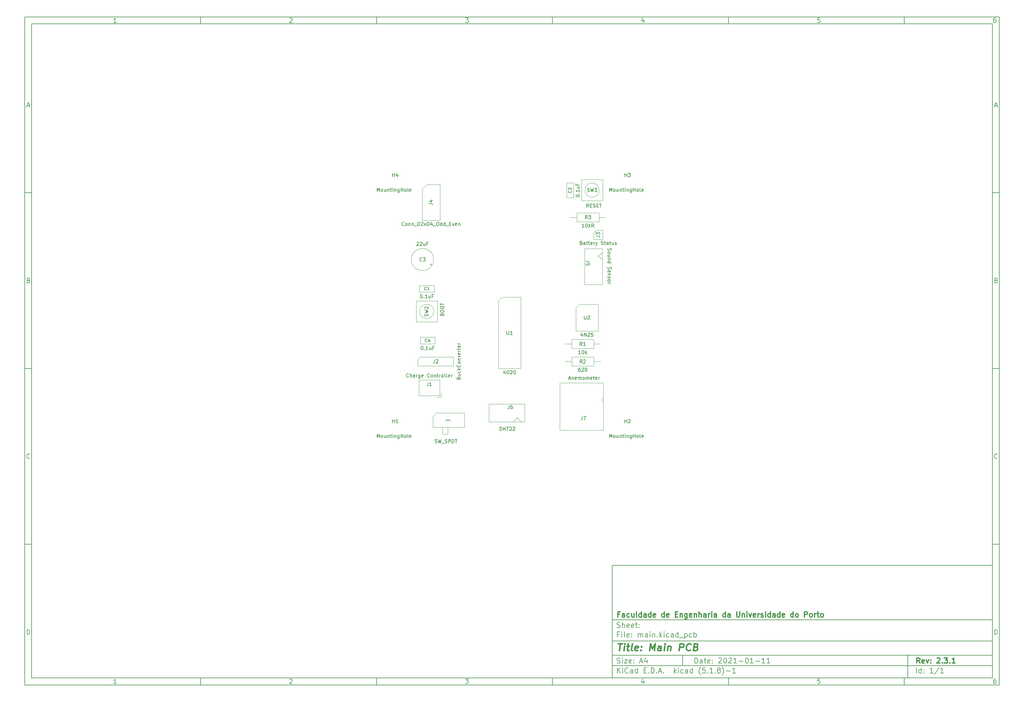
<source format=gbr>
%TF.GenerationSoftware,KiCad,Pcbnew,(5.1.8)-1*%
%TF.CreationDate,2021-01-11T16:48:45+00:00*%
%TF.ProjectId,main,6d61696e-2e6b-4696-9361-645f70636258,2.3.1*%
%TF.SameCoordinates,Original*%
%TF.FileFunction,Other,Fab,Top*%
%FSLAX46Y46*%
G04 Gerber Fmt 4.6, Leading zero omitted, Abs format (unit mm)*
G04 Created by KiCad (PCBNEW (5.1.8)-1) date 2021-01-11 16:48:45*
%MOMM*%
%LPD*%
G01*
G04 APERTURE LIST*
%ADD10C,0.100000*%
%ADD11C,0.150000*%
%ADD12C,0.300000*%
%ADD13C,0.400000*%
%ADD14C,0.129000*%
G04 APERTURE END LIST*
D10*
D11*
X177002200Y-166007200D02*
X177002200Y-198007200D01*
X285002200Y-198007200D01*
X285002200Y-166007200D01*
X177002200Y-166007200D01*
D10*
D11*
X10000000Y-10000000D02*
X10000000Y-200007200D01*
X287002200Y-200007200D01*
X287002200Y-10000000D01*
X10000000Y-10000000D01*
D10*
D11*
X12000000Y-12000000D02*
X12000000Y-198007200D01*
X285002200Y-198007200D01*
X285002200Y-12000000D01*
X12000000Y-12000000D01*
D10*
D11*
X60000000Y-12000000D02*
X60000000Y-10000000D01*
D10*
D11*
X110000000Y-12000000D02*
X110000000Y-10000000D01*
D10*
D11*
X160000000Y-12000000D02*
X160000000Y-10000000D01*
D10*
D11*
X210000000Y-12000000D02*
X210000000Y-10000000D01*
D10*
D11*
X260000000Y-12000000D02*
X260000000Y-10000000D01*
D10*
D11*
X36065476Y-11588095D02*
X35322619Y-11588095D01*
X35694047Y-11588095D02*
X35694047Y-10288095D01*
X35570238Y-10473809D01*
X35446428Y-10597619D01*
X35322619Y-10659523D01*
D10*
D11*
X85322619Y-10411904D02*
X85384523Y-10350000D01*
X85508333Y-10288095D01*
X85817857Y-10288095D01*
X85941666Y-10350000D01*
X86003571Y-10411904D01*
X86065476Y-10535714D01*
X86065476Y-10659523D01*
X86003571Y-10845238D01*
X85260714Y-11588095D01*
X86065476Y-11588095D01*
D10*
D11*
X135260714Y-10288095D02*
X136065476Y-10288095D01*
X135632142Y-10783333D01*
X135817857Y-10783333D01*
X135941666Y-10845238D01*
X136003571Y-10907142D01*
X136065476Y-11030952D01*
X136065476Y-11340476D01*
X136003571Y-11464285D01*
X135941666Y-11526190D01*
X135817857Y-11588095D01*
X135446428Y-11588095D01*
X135322619Y-11526190D01*
X135260714Y-11464285D01*
D10*
D11*
X185941666Y-10721428D02*
X185941666Y-11588095D01*
X185632142Y-10226190D02*
X185322619Y-11154761D01*
X186127380Y-11154761D01*
D10*
D11*
X236003571Y-10288095D02*
X235384523Y-10288095D01*
X235322619Y-10907142D01*
X235384523Y-10845238D01*
X235508333Y-10783333D01*
X235817857Y-10783333D01*
X235941666Y-10845238D01*
X236003571Y-10907142D01*
X236065476Y-11030952D01*
X236065476Y-11340476D01*
X236003571Y-11464285D01*
X235941666Y-11526190D01*
X235817857Y-11588095D01*
X235508333Y-11588095D01*
X235384523Y-11526190D01*
X235322619Y-11464285D01*
D10*
D11*
X285941666Y-10288095D02*
X285694047Y-10288095D01*
X285570238Y-10350000D01*
X285508333Y-10411904D01*
X285384523Y-10597619D01*
X285322619Y-10845238D01*
X285322619Y-11340476D01*
X285384523Y-11464285D01*
X285446428Y-11526190D01*
X285570238Y-11588095D01*
X285817857Y-11588095D01*
X285941666Y-11526190D01*
X286003571Y-11464285D01*
X286065476Y-11340476D01*
X286065476Y-11030952D01*
X286003571Y-10907142D01*
X285941666Y-10845238D01*
X285817857Y-10783333D01*
X285570238Y-10783333D01*
X285446428Y-10845238D01*
X285384523Y-10907142D01*
X285322619Y-11030952D01*
D10*
D11*
X60000000Y-198007200D02*
X60000000Y-200007200D01*
D10*
D11*
X110000000Y-198007200D02*
X110000000Y-200007200D01*
D10*
D11*
X160000000Y-198007200D02*
X160000000Y-200007200D01*
D10*
D11*
X210000000Y-198007200D02*
X210000000Y-200007200D01*
D10*
D11*
X260000000Y-198007200D02*
X260000000Y-200007200D01*
D10*
D11*
X36065476Y-199595295D02*
X35322619Y-199595295D01*
X35694047Y-199595295D02*
X35694047Y-198295295D01*
X35570238Y-198481009D01*
X35446428Y-198604819D01*
X35322619Y-198666723D01*
D10*
D11*
X85322619Y-198419104D02*
X85384523Y-198357200D01*
X85508333Y-198295295D01*
X85817857Y-198295295D01*
X85941666Y-198357200D01*
X86003571Y-198419104D01*
X86065476Y-198542914D01*
X86065476Y-198666723D01*
X86003571Y-198852438D01*
X85260714Y-199595295D01*
X86065476Y-199595295D01*
D10*
D11*
X135260714Y-198295295D02*
X136065476Y-198295295D01*
X135632142Y-198790533D01*
X135817857Y-198790533D01*
X135941666Y-198852438D01*
X136003571Y-198914342D01*
X136065476Y-199038152D01*
X136065476Y-199347676D01*
X136003571Y-199471485D01*
X135941666Y-199533390D01*
X135817857Y-199595295D01*
X135446428Y-199595295D01*
X135322619Y-199533390D01*
X135260714Y-199471485D01*
D10*
D11*
X185941666Y-198728628D02*
X185941666Y-199595295D01*
X185632142Y-198233390D02*
X185322619Y-199161961D01*
X186127380Y-199161961D01*
D10*
D11*
X236003571Y-198295295D02*
X235384523Y-198295295D01*
X235322619Y-198914342D01*
X235384523Y-198852438D01*
X235508333Y-198790533D01*
X235817857Y-198790533D01*
X235941666Y-198852438D01*
X236003571Y-198914342D01*
X236065476Y-199038152D01*
X236065476Y-199347676D01*
X236003571Y-199471485D01*
X235941666Y-199533390D01*
X235817857Y-199595295D01*
X235508333Y-199595295D01*
X235384523Y-199533390D01*
X235322619Y-199471485D01*
D10*
D11*
X285941666Y-198295295D02*
X285694047Y-198295295D01*
X285570238Y-198357200D01*
X285508333Y-198419104D01*
X285384523Y-198604819D01*
X285322619Y-198852438D01*
X285322619Y-199347676D01*
X285384523Y-199471485D01*
X285446428Y-199533390D01*
X285570238Y-199595295D01*
X285817857Y-199595295D01*
X285941666Y-199533390D01*
X286003571Y-199471485D01*
X286065476Y-199347676D01*
X286065476Y-199038152D01*
X286003571Y-198914342D01*
X285941666Y-198852438D01*
X285817857Y-198790533D01*
X285570238Y-198790533D01*
X285446428Y-198852438D01*
X285384523Y-198914342D01*
X285322619Y-199038152D01*
D10*
D11*
X10000000Y-60000000D02*
X12000000Y-60000000D01*
D10*
D11*
X10000000Y-110000000D02*
X12000000Y-110000000D01*
D10*
D11*
X10000000Y-160000000D02*
X12000000Y-160000000D01*
D10*
D11*
X10690476Y-35216666D02*
X11309523Y-35216666D01*
X10566666Y-35588095D02*
X11000000Y-34288095D01*
X11433333Y-35588095D01*
D10*
D11*
X11092857Y-84907142D02*
X11278571Y-84969047D01*
X11340476Y-85030952D01*
X11402380Y-85154761D01*
X11402380Y-85340476D01*
X11340476Y-85464285D01*
X11278571Y-85526190D01*
X11154761Y-85588095D01*
X10659523Y-85588095D01*
X10659523Y-84288095D01*
X11092857Y-84288095D01*
X11216666Y-84350000D01*
X11278571Y-84411904D01*
X11340476Y-84535714D01*
X11340476Y-84659523D01*
X11278571Y-84783333D01*
X11216666Y-84845238D01*
X11092857Y-84907142D01*
X10659523Y-84907142D01*
D10*
D11*
X11402380Y-135464285D02*
X11340476Y-135526190D01*
X11154761Y-135588095D01*
X11030952Y-135588095D01*
X10845238Y-135526190D01*
X10721428Y-135402380D01*
X10659523Y-135278571D01*
X10597619Y-135030952D01*
X10597619Y-134845238D01*
X10659523Y-134597619D01*
X10721428Y-134473809D01*
X10845238Y-134350000D01*
X11030952Y-134288095D01*
X11154761Y-134288095D01*
X11340476Y-134350000D01*
X11402380Y-134411904D01*
D10*
D11*
X10659523Y-185588095D02*
X10659523Y-184288095D01*
X10969047Y-184288095D01*
X11154761Y-184350000D01*
X11278571Y-184473809D01*
X11340476Y-184597619D01*
X11402380Y-184845238D01*
X11402380Y-185030952D01*
X11340476Y-185278571D01*
X11278571Y-185402380D01*
X11154761Y-185526190D01*
X10969047Y-185588095D01*
X10659523Y-185588095D01*
D10*
D11*
X287002200Y-60000000D02*
X285002200Y-60000000D01*
D10*
D11*
X287002200Y-110000000D02*
X285002200Y-110000000D01*
D10*
D11*
X287002200Y-160000000D02*
X285002200Y-160000000D01*
D10*
D11*
X285692676Y-35216666D02*
X286311723Y-35216666D01*
X285568866Y-35588095D02*
X286002200Y-34288095D01*
X286435533Y-35588095D01*
D10*
D11*
X286095057Y-84907142D02*
X286280771Y-84969047D01*
X286342676Y-85030952D01*
X286404580Y-85154761D01*
X286404580Y-85340476D01*
X286342676Y-85464285D01*
X286280771Y-85526190D01*
X286156961Y-85588095D01*
X285661723Y-85588095D01*
X285661723Y-84288095D01*
X286095057Y-84288095D01*
X286218866Y-84350000D01*
X286280771Y-84411904D01*
X286342676Y-84535714D01*
X286342676Y-84659523D01*
X286280771Y-84783333D01*
X286218866Y-84845238D01*
X286095057Y-84907142D01*
X285661723Y-84907142D01*
D10*
D11*
X286404580Y-135464285D02*
X286342676Y-135526190D01*
X286156961Y-135588095D01*
X286033152Y-135588095D01*
X285847438Y-135526190D01*
X285723628Y-135402380D01*
X285661723Y-135278571D01*
X285599819Y-135030952D01*
X285599819Y-134845238D01*
X285661723Y-134597619D01*
X285723628Y-134473809D01*
X285847438Y-134350000D01*
X286033152Y-134288095D01*
X286156961Y-134288095D01*
X286342676Y-134350000D01*
X286404580Y-134411904D01*
D10*
D11*
X285661723Y-185588095D02*
X285661723Y-184288095D01*
X285971247Y-184288095D01*
X286156961Y-184350000D01*
X286280771Y-184473809D01*
X286342676Y-184597619D01*
X286404580Y-184845238D01*
X286404580Y-185030952D01*
X286342676Y-185278571D01*
X286280771Y-185402380D01*
X286156961Y-185526190D01*
X285971247Y-185588095D01*
X285661723Y-185588095D01*
D10*
D11*
X200434342Y-193785771D02*
X200434342Y-192285771D01*
X200791485Y-192285771D01*
X201005771Y-192357200D01*
X201148628Y-192500057D01*
X201220057Y-192642914D01*
X201291485Y-192928628D01*
X201291485Y-193142914D01*
X201220057Y-193428628D01*
X201148628Y-193571485D01*
X201005771Y-193714342D01*
X200791485Y-193785771D01*
X200434342Y-193785771D01*
X202577200Y-193785771D02*
X202577200Y-193000057D01*
X202505771Y-192857200D01*
X202362914Y-192785771D01*
X202077200Y-192785771D01*
X201934342Y-192857200D01*
X202577200Y-193714342D02*
X202434342Y-193785771D01*
X202077200Y-193785771D01*
X201934342Y-193714342D01*
X201862914Y-193571485D01*
X201862914Y-193428628D01*
X201934342Y-193285771D01*
X202077200Y-193214342D01*
X202434342Y-193214342D01*
X202577200Y-193142914D01*
X203077200Y-192785771D02*
X203648628Y-192785771D01*
X203291485Y-192285771D02*
X203291485Y-193571485D01*
X203362914Y-193714342D01*
X203505771Y-193785771D01*
X203648628Y-193785771D01*
X204720057Y-193714342D02*
X204577200Y-193785771D01*
X204291485Y-193785771D01*
X204148628Y-193714342D01*
X204077200Y-193571485D01*
X204077200Y-193000057D01*
X204148628Y-192857200D01*
X204291485Y-192785771D01*
X204577200Y-192785771D01*
X204720057Y-192857200D01*
X204791485Y-193000057D01*
X204791485Y-193142914D01*
X204077200Y-193285771D01*
X205434342Y-193642914D02*
X205505771Y-193714342D01*
X205434342Y-193785771D01*
X205362914Y-193714342D01*
X205434342Y-193642914D01*
X205434342Y-193785771D01*
X205434342Y-192857200D02*
X205505771Y-192928628D01*
X205434342Y-193000057D01*
X205362914Y-192928628D01*
X205434342Y-192857200D01*
X205434342Y-193000057D01*
X207220057Y-192428628D02*
X207291485Y-192357200D01*
X207434342Y-192285771D01*
X207791485Y-192285771D01*
X207934342Y-192357200D01*
X208005771Y-192428628D01*
X208077200Y-192571485D01*
X208077200Y-192714342D01*
X208005771Y-192928628D01*
X207148628Y-193785771D01*
X208077200Y-193785771D01*
X209005771Y-192285771D02*
X209148628Y-192285771D01*
X209291485Y-192357200D01*
X209362914Y-192428628D01*
X209434342Y-192571485D01*
X209505771Y-192857200D01*
X209505771Y-193214342D01*
X209434342Y-193500057D01*
X209362914Y-193642914D01*
X209291485Y-193714342D01*
X209148628Y-193785771D01*
X209005771Y-193785771D01*
X208862914Y-193714342D01*
X208791485Y-193642914D01*
X208720057Y-193500057D01*
X208648628Y-193214342D01*
X208648628Y-192857200D01*
X208720057Y-192571485D01*
X208791485Y-192428628D01*
X208862914Y-192357200D01*
X209005771Y-192285771D01*
X210077200Y-192428628D02*
X210148628Y-192357200D01*
X210291485Y-192285771D01*
X210648628Y-192285771D01*
X210791485Y-192357200D01*
X210862914Y-192428628D01*
X210934342Y-192571485D01*
X210934342Y-192714342D01*
X210862914Y-192928628D01*
X210005771Y-193785771D01*
X210934342Y-193785771D01*
X212362914Y-193785771D02*
X211505771Y-193785771D01*
X211934342Y-193785771D02*
X211934342Y-192285771D01*
X211791485Y-192500057D01*
X211648628Y-192642914D01*
X211505771Y-192714342D01*
X213005771Y-193214342D02*
X214148628Y-193214342D01*
X215148628Y-192285771D02*
X215291485Y-192285771D01*
X215434342Y-192357200D01*
X215505771Y-192428628D01*
X215577200Y-192571485D01*
X215648628Y-192857200D01*
X215648628Y-193214342D01*
X215577200Y-193500057D01*
X215505771Y-193642914D01*
X215434342Y-193714342D01*
X215291485Y-193785771D01*
X215148628Y-193785771D01*
X215005771Y-193714342D01*
X214934342Y-193642914D01*
X214862914Y-193500057D01*
X214791485Y-193214342D01*
X214791485Y-192857200D01*
X214862914Y-192571485D01*
X214934342Y-192428628D01*
X215005771Y-192357200D01*
X215148628Y-192285771D01*
X217077200Y-193785771D02*
X216220057Y-193785771D01*
X216648628Y-193785771D02*
X216648628Y-192285771D01*
X216505771Y-192500057D01*
X216362914Y-192642914D01*
X216220057Y-192714342D01*
X217720057Y-193214342D02*
X218862914Y-193214342D01*
X220362914Y-193785771D02*
X219505771Y-193785771D01*
X219934342Y-193785771D02*
X219934342Y-192285771D01*
X219791485Y-192500057D01*
X219648628Y-192642914D01*
X219505771Y-192714342D01*
X221791485Y-193785771D02*
X220934342Y-193785771D01*
X221362914Y-193785771D02*
X221362914Y-192285771D01*
X221220057Y-192500057D01*
X221077200Y-192642914D01*
X220934342Y-192714342D01*
D10*
D11*
X177002200Y-194507200D02*
X285002200Y-194507200D01*
D10*
D11*
X178434342Y-196585771D02*
X178434342Y-195085771D01*
X179291485Y-196585771D02*
X178648628Y-195728628D01*
X179291485Y-195085771D02*
X178434342Y-195942914D01*
X179934342Y-196585771D02*
X179934342Y-195585771D01*
X179934342Y-195085771D02*
X179862914Y-195157200D01*
X179934342Y-195228628D01*
X180005771Y-195157200D01*
X179934342Y-195085771D01*
X179934342Y-195228628D01*
X181505771Y-196442914D02*
X181434342Y-196514342D01*
X181220057Y-196585771D01*
X181077200Y-196585771D01*
X180862914Y-196514342D01*
X180720057Y-196371485D01*
X180648628Y-196228628D01*
X180577200Y-195942914D01*
X180577200Y-195728628D01*
X180648628Y-195442914D01*
X180720057Y-195300057D01*
X180862914Y-195157200D01*
X181077200Y-195085771D01*
X181220057Y-195085771D01*
X181434342Y-195157200D01*
X181505771Y-195228628D01*
X182791485Y-196585771D02*
X182791485Y-195800057D01*
X182720057Y-195657200D01*
X182577200Y-195585771D01*
X182291485Y-195585771D01*
X182148628Y-195657200D01*
X182791485Y-196514342D02*
X182648628Y-196585771D01*
X182291485Y-196585771D01*
X182148628Y-196514342D01*
X182077200Y-196371485D01*
X182077200Y-196228628D01*
X182148628Y-196085771D01*
X182291485Y-196014342D01*
X182648628Y-196014342D01*
X182791485Y-195942914D01*
X184148628Y-196585771D02*
X184148628Y-195085771D01*
X184148628Y-196514342D02*
X184005771Y-196585771D01*
X183720057Y-196585771D01*
X183577200Y-196514342D01*
X183505771Y-196442914D01*
X183434342Y-196300057D01*
X183434342Y-195871485D01*
X183505771Y-195728628D01*
X183577200Y-195657200D01*
X183720057Y-195585771D01*
X184005771Y-195585771D01*
X184148628Y-195657200D01*
X186005771Y-195800057D02*
X186505771Y-195800057D01*
X186720057Y-196585771D02*
X186005771Y-196585771D01*
X186005771Y-195085771D01*
X186720057Y-195085771D01*
X187362914Y-196442914D02*
X187434342Y-196514342D01*
X187362914Y-196585771D01*
X187291485Y-196514342D01*
X187362914Y-196442914D01*
X187362914Y-196585771D01*
X188077200Y-196585771D02*
X188077200Y-195085771D01*
X188434342Y-195085771D01*
X188648628Y-195157200D01*
X188791485Y-195300057D01*
X188862914Y-195442914D01*
X188934342Y-195728628D01*
X188934342Y-195942914D01*
X188862914Y-196228628D01*
X188791485Y-196371485D01*
X188648628Y-196514342D01*
X188434342Y-196585771D01*
X188077200Y-196585771D01*
X189577200Y-196442914D02*
X189648628Y-196514342D01*
X189577200Y-196585771D01*
X189505771Y-196514342D01*
X189577200Y-196442914D01*
X189577200Y-196585771D01*
X190220057Y-196157200D02*
X190934342Y-196157200D01*
X190077200Y-196585771D02*
X190577200Y-195085771D01*
X191077200Y-196585771D01*
X191577200Y-196442914D02*
X191648628Y-196514342D01*
X191577200Y-196585771D01*
X191505771Y-196514342D01*
X191577200Y-196442914D01*
X191577200Y-196585771D01*
X194577200Y-196585771D02*
X194577200Y-195085771D01*
X194720057Y-196014342D02*
X195148628Y-196585771D01*
X195148628Y-195585771D02*
X194577200Y-196157200D01*
X195791485Y-196585771D02*
X195791485Y-195585771D01*
X195791485Y-195085771D02*
X195720057Y-195157200D01*
X195791485Y-195228628D01*
X195862914Y-195157200D01*
X195791485Y-195085771D01*
X195791485Y-195228628D01*
X197148628Y-196514342D02*
X197005771Y-196585771D01*
X196720057Y-196585771D01*
X196577200Y-196514342D01*
X196505771Y-196442914D01*
X196434342Y-196300057D01*
X196434342Y-195871485D01*
X196505771Y-195728628D01*
X196577200Y-195657200D01*
X196720057Y-195585771D01*
X197005771Y-195585771D01*
X197148628Y-195657200D01*
X198434342Y-196585771D02*
X198434342Y-195800057D01*
X198362914Y-195657200D01*
X198220057Y-195585771D01*
X197934342Y-195585771D01*
X197791485Y-195657200D01*
X198434342Y-196514342D02*
X198291485Y-196585771D01*
X197934342Y-196585771D01*
X197791485Y-196514342D01*
X197720057Y-196371485D01*
X197720057Y-196228628D01*
X197791485Y-196085771D01*
X197934342Y-196014342D01*
X198291485Y-196014342D01*
X198434342Y-195942914D01*
X199791485Y-196585771D02*
X199791485Y-195085771D01*
X199791485Y-196514342D02*
X199648628Y-196585771D01*
X199362914Y-196585771D01*
X199220057Y-196514342D01*
X199148628Y-196442914D01*
X199077200Y-196300057D01*
X199077200Y-195871485D01*
X199148628Y-195728628D01*
X199220057Y-195657200D01*
X199362914Y-195585771D01*
X199648628Y-195585771D01*
X199791485Y-195657200D01*
X202077200Y-197157200D02*
X202005771Y-197085771D01*
X201862914Y-196871485D01*
X201791485Y-196728628D01*
X201720057Y-196514342D01*
X201648628Y-196157200D01*
X201648628Y-195871485D01*
X201720057Y-195514342D01*
X201791485Y-195300057D01*
X201862914Y-195157200D01*
X202005771Y-194942914D01*
X202077200Y-194871485D01*
X203362914Y-195085771D02*
X202648628Y-195085771D01*
X202577200Y-195800057D01*
X202648628Y-195728628D01*
X202791485Y-195657200D01*
X203148628Y-195657200D01*
X203291485Y-195728628D01*
X203362914Y-195800057D01*
X203434342Y-195942914D01*
X203434342Y-196300057D01*
X203362914Y-196442914D01*
X203291485Y-196514342D01*
X203148628Y-196585771D01*
X202791485Y-196585771D01*
X202648628Y-196514342D01*
X202577200Y-196442914D01*
X204077200Y-196442914D02*
X204148628Y-196514342D01*
X204077200Y-196585771D01*
X204005771Y-196514342D01*
X204077200Y-196442914D01*
X204077200Y-196585771D01*
X205577200Y-196585771D02*
X204720057Y-196585771D01*
X205148628Y-196585771D02*
X205148628Y-195085771D01*
X205005771Y-195300057D01*
X204862914Y-195442914D01*
X204720057Y-195514342D01*
X206220057Y-196442914D02*
X206291485Y-196514342D01*
X206220057Y-196585771D01*
X206148628Y-196514342D01*
X206220057Y-196442914D01*
X206220057Y-196585771D01*
X207148628Y-195728628D02*
X207005771Y-195657200D01*
X206934342Y-195585771D01*
X206862914Y-195442914D01*
X206862914Y-195371485D01*
X206934342Y-195228628D01*
X207005771Y-195157200D01*
X207148628Y-195085771D01*
X207434342Y-195085771D01*
X207577200Y-195157200D01*
X207648628Y-195228628D01*
X207720057Y-195371485D01*
X207720057Y-195442914D01*
X207648628Y-195585771D01*
X207577200Y-195657200D01*
X207434342Y-195728628D01*
X207148628Y-195728628D01*
X207005771Y-195800057D01*
X206934342Y-195871485D01*
X206862914Y-196014342D01*
X206862914Y-196300057D01*
X206934342Y-196442914D01*
X207005771Y-196514342D01*
X207148628Y-196585771D01*
X207434342Y-196585771D01*
X207577200Y-196514342D01*
X207648628Y-196442914D01*
X207720057Y-196300057D01*
X207720057Y-196014342D01*
X207648628Y-195871485D01*
X207577200Y-195800057D01*
X207434342Y-195728628D01*
X208220057Y-197157200D02*
X208291485Y-197085771D01*
X208434342Y-196871485D01*
X208505771Y-196728628D01*
X208577200Y-196514342D01*
X208648628Y-196157200D01*
X208648628Y-195871485D01*
X208577200Y-195514342D01*
X208505771Y-195300057D01*
X208434342Y-195157200D01*
X208291485Y-194942914D01*
X208220057Y-194871485D01*
X209362914Y-196014342D02*
X210505771Y-196014342D01*
X212005771Y-196585771D02*
X211148628Y-196585771D01*
X211577200Y-196585771D02*
X211577200Y-195085771D01*
X211434342Y-195300057D01*
X211291485Y-195442914D01*
X211148628Y-195514342D01*
D10*
D11*
X177002200Y-191507200D02*
X285002200Y-191507200D01*
D10*
D12*
X264411485Y-193785771D02*
X263911485Y-193071485D01*
X263554342Y-193785771D02*
X263554342Y-192285771D01*
X264125771Y-192285771D01*
X264268628Y-192357200D01*
X264340057Y-192428628D01*
X264411485Y-192571485D01*
X264411485Y-192785771D01*
X264340057Y-192928628D01*
X264268628Y-193000057D01*
X264125771Y-193071485D01*
X263554342Y-193071485D01*
X265625771Y-193714342D02*
X265482914Y-193785771D01*
X265197200Y-193785771D01*
X265054342Y-193714342D01*
X264982914Y-193571485D01*
X264982914Y-193000057D01*
X265054342Y-192857200D01*
X265197200Y-192785771D01*
X265482914Y-192785771D01*
X265625771Y-192857200D01*
X265697200Y-193000057D01*
X265697200Y-193142914D01*
X264982914Y-193285771D01*
X266197200Y-192785771D02*
X266554342Y-193785771D01*
X266911485Y-192785771D01*
X267482914Y-193642914D02*
X267554342Y-193714342D01*
X267482914Y-193785771D01*
X267411485Y-193714342D01*
X267482914Y-193642914D01*
X267482914Y-193785771D01*
X267482914Y-192857200D02*
X267554342Y-192928628D01*
X267482914Y-193000057D01*
X267411485Y-192928628D01*
X267482914Y-192857200D01*
X267482914Y-193000057D01*
X269268628Y-192428628D02*
X269340057Y-192357200D01*
X269482914Y-192285771D01*
X269840057Y-192285771D01*
X269982914Y-192357200D01*
X270054342Y-192428628D01*
X270125771Y-192571485D01*
X270125771Y-192714342D01*
X270054342Y-192928628D01*
X269197200Y-193785771D01*
X270125771Y-193785771D01*
X270768628Y-193642914D02*
X270840057Y-193714342D01*
X270768628Y-193785771D01*
X270697200Y-193714342D01*
X270768628Y-193642914D01*
X270768628Y-193785771D01*
X271340057Y-192285771D02*
X272268628Y-192285771D01*
X271768628Y-192857200D01*
X271982914Y-192857200D01*
X272125771Y-192928628D01*
X272197200Y-193000057D01*
X272268628Y-193142914D01*
X272268628Y-193500057D01*
X272197200Y-193642914D01*
X272125771Y-193714342D01*
X271982914Y-193785771D01*
X271554342Y-193785771D01*
X271411485Y-193714342D01*
X271340057Y-193642914D01*
X272911485Y-193642914D02*
X272982914Y-193714342D01*
X272911485Y-193785771D01*
X272840057Y-193714342D01*
X272911485Y-193642914D01*
X272911485Y-193785771D01*
X274411485Y-193785771D02*
X273554342Y-193785771D01*
X273982914Y-193785771D02*
X273982914Y-192285771D01*
X273840057Y-192500057D01*
X273697200Y-192642914D01*
X273554342Y-192714342D01*
D10*
D11*
X178362914Y-193714342D02*
X178577200Y-193785771D01*
X178934342Y-193785771D01*
X179077200Y-193714342D01*
X179148628Y-193642914D01*
X179220057Y-193500057D01*
X179220057Y-193357200D01*
X179148628Y-193214342D01*
X179077200Y-193142914D01*
X178934342Y-193071485D01*
X178648628Y-193000057D01*
X178505771Y-192928628D01*
X178434342Y-192857200D01*
X178362914Y-192714342D01*
X178362914Y-192571485D01*
X178434342Y-192428628D01*
X178505771Y-192357200D01*
X178648628Y-192285771D01*
X179005771Y-192285771D01*
X179220057Y-192357200D01*
X179862914Y-193785771D02*
X179862914Y-192785771D01*
X179862914Y-192285771D02*
X179791485Y-192357200D01*
X179862914Y-192428628D01*
X179934342Y-192357200D01*
X179862914Y-192285771D01*
X179862914Y-192428628D01*
X180434342Y-192785771D02*
X181220057Y-192785771D01*
X180434342Y-193785771D01*
X181220057Y-193785771D01*
X182362914Y-193714342D02*
X182220057Y-193785771D01*
X181934342Y-193785771D01*
X181791485Y-193714342D01*
X181720057Y-193571485D01*
X181720057Y-193000057D01*
X181791485Y-192857200D01*
X181934342Y-192785771D01*
X182220057Y-192785771D01*
X182362914Y-192857200D01*
X182434342Y-193000057D01*
X182434342Y-193142914D01*
X181720057Y-193285771D01*
X183077200Y-193642914D02*
X183148628Y-193714342D01*
X183077200Y-193785771D01*
X183005771Y-193714342D01*
X183077200Y-193642914D01*
X183077200Y-193785771D01*
X183077200Y-192857200D02*
X183148628Y-192928628D01*
X183077200Y-193000057D01*
X183005771Y-192928628D01*
X183077200Y-192857200D01*
X183077200Y-193000057D01*
X184862914Y-193357200D02*
X185577200Y-193357200D01*
X184720057Y-193785771D02*
X185220057Y-192285771D01*
X185720057Y-193785771D01*
X186862914Y-192785771D02*
X186862914Y-193785771D01*
X186505771Y-192214342D02*
X186148628Y-193285771D01*
X187077200Y-193285771D01*
D10*
D11*
X263434342Y-196585771D02*
X263434342Y-195085771D01*
X264791485Y-196585771D02*
X264791485Y-195085771D01*
X264791485Y-196514342D02*
X264648628Y-196585771D01*
X264362914Y-196585771D01*
X264220057Y-196514342D01*
X264148628Y-196442914D01*
X264077200Y-196300057D01*
X264077200Y-195871485D01*
X264148628Y-195728628D01*
X264220057Y-195657200D01*
X264362914Y-195585771D01*
X264648628Y-195585771D01*
X264791485Y-195657200D01*
X265505771Y-196442914D02*
X265577200Y-196514342D01*
X265505771Y-196585771D01*
X265434342Y-196514342D01*
X265505771Y-196442914D01*
X265505771Y-196585771D01*
X265505771Y-195657200D02*
X265577200Y-195728628D01*
X265505771Y-195800057D01*
X265434342Y-195728628D01*
X265505771Y-195657200D01*
X265505771Y-195800057D01*
X268148628Y-196585771D02*
X267291485Y-196585771D01*
X267720057Y-196585771D02*
X267720057Y-195085771D01*
X267577200Y-195300057D01*
X267434342Y-195442914D01*
X267291485Y-195514342D01*
X269862914Y-195014342D02*
X268577200Y-196942914D01*
X271148628Y-196585771D02*
X270291485Y-196585771D01*
X270720057Y-196585771D02*
X270720057Y-195085771D01*
X270577200Y-195300057D01*
X270434342Y-195442914D01*
X270291485Y-195514342D01*
D10*
D11*
X177002200Y-187507200D02*
X285002200Y-187507200D01*
D10*
D13*
X178714580Y-188211961D02*
X179857438Y-188211961D01*
X179036009Y-190211961D02*
X179286009Y-188211961D01*
X180274104Y-190211961D02*
X180440771Y-188878628D01*
X180524104Y-188211961D02*
X180416961Y-188307200D01*
X180500295Y-188402438D01*
X180607438Y-188307200D01*
X180524104Y-188211961D01*
X180500295Y-188402438D01*
X181107438Y-188878628D02*
X181869342Y-188878628D01*
X181476485Y-188211961D02*
X181262200Y-189926247D01*
X181333628Y-190116723D01*
X181512200Y-190211961D01*
X181702676Y-190211961D01*
X182655057Y-190211961D02*
X182476485Y-190116723D01*
X182405057Y-189926247D01*
X182619342Y-188211961D01*
X184190771Y-190116723D02*
X183988390Y-190211961D01*
X183607438Y-190211961D01*
X183428866Y-190116723D01*
X183357438Y-189926247D01*
X183452676Y-189164342D01*
X183571723Y-188973866D01*
X183774104Y-188878628D01*
X184155057Y-188878628D01*
X184333628Y-188973866D01*
X184405057Y-189164342D01*
X184381247Y-189354819D01*
X183405057Y-189545295D01*
X185155057Y-190021485D02*
X185238390Y-190116723D01*
X185131247Y-190211961D01*
X185047914Y-190116723D01*
X185155057Y-190021485D01*
X185131247Y-190211961D01*
X185286009Y-188973866D02*
X185369342Y-189069104D01*
X185262200Y-189164342D01*
X185178866Y-189069104D01*
X185286009Y-188973866D01*
X185262200Y-189164342D01*
X187607438Y-190211961D02*
X187857438Y-188211961D01*
X188345533Y-189640533D01*
X189190771Y-188211961D01*
X188940771Y-190211961D01*
X190750295Y-190211961D02*
X190881247Y-189164342D01*
X190809819Y-188973866D01*
X190631247Y-188878628D01*
X190250295Y-188878628D01*
X190047914Y-188973866D01*
X190762200Y-190116723D02*
X190559819Y-190211961D01*
X190083628Y-190211961D01*
X189905057Y-190116723D01*
X189833628Y-189926247D01*
X189857438Y-189735771D01*
X189976485Y-189545295D01*
X190178866Y-189450057D01*
X190655057Y-189450057D01*
X190857438Y-189354819D01*
X191702676Y-190211961D02*
X191869342Y-188878628D01*
X191952676Y-188211961D02*
X191845533Y-188307200D01*
X191928866Y-188402438D01*
X192036009Y-188307200D01*
X191952676Y-188211961D01*
X191928866Y-188402438D01*
X192821723Y-188878628D02*
X192655057Y-190211961D01*
X192797914Y-189069104D02*
X192905057Y-188973866D01*
X193107438Y-188878628D01*
X193393152Y-188878628D01*
X193571723Y-188973866D01*
X193643152Y-189164342D01*
X193512200Y-190211961D01*
X195988390Y-190211961D02*
X196238390Y-188211961D01*
X197000295Y-188211961D01*
X197178866Y-188307200D01*
X197262200Y-188402438D01*
X197333628Y-188592914D01*
X197297914Y-188878628D01*
X197178866Y-189069104D01*
X197071723Y-189164342D01*
X196869342Y-189259580D01*
X196107438Y-189259580D01*
X199155057Y-190021485D02*
X199047914Y-190116723D01*
X198750295Y-190211961D01*
X198559819Y-190211961D01*
X198286009Y-190116723D01*
X198119342Y-189926247D01*
X198047914Y-189735771D01*
X198000295Y-189354819D01*
X198036009Y-189069104D01*
X198178866Y-188688152D01*
X198297914Y-188497676D01*
X198512200Y-188307200D01*
X198809819Y-188211961D01*
X199000295Y-188211961D01*
X199274104Y-188307200D01*
X199357438Y-188402438D01*
X200786009Y-189164342D02*
X201059819Y-189259580D01*
X201143152Y-189354819D01*
X201214580Y-189545295D01*
X201178866Y-189831009D01*
X201059819Y-190021485D01*
X200952676Y-190116723D01*
X200750295Y-190211961D01*
X199988390Y-190211961D01*
X200238390Y-188211961D01*
X200905057Y-188211961D01*
X201083628Y-188307200D01*
X201166961Y-188402438D01*
X201238390Y-188592914D01*
X201214580Y-188783390D01*
X201095533Y-188973866D01*
X200988390Y-189069104D01*
X200786009Y-189164342D01*
X200119342Y-189164342D01*
D10*
D11*
X178934342Y-185600057D02*
X178434342Y-185600057D01*
X178434342Y-186385771D02*
X178434342Y-184885771D01*
X179148628Y-184885771D01*
X179720057Y-186385771D02*
X179720057Y-185385771D01*
X179720057Y-184885771D02*
X179648628Y-184957200D01*
X179720057Y-185028628D01*
X179791485Y-184957200D01*
X179720057Y-184885771D01*
X179720057Y-185028628D01*
X180648628Y-186385771D02*
X180505771Y-186314342D01*
X180434342Y-186171485D01*
X180434342Y-184885771D01*
X181791485Y-186314342D02*
X181648628Y-186385771D01*
X181362914Y-186385771D01*
X181220057Y-186314342D01*
X181148628Y-186171485D01*
X181148628Y-185600057D01*
X181220057Y-185457200D01*
X181362914Y-185385771D01*
X181648628Y-185385771D01*
X181791485Y-185457200D01*
X181862914Y-185600057D01*
X181862914Y-185742914D01*
X181148628Y-185885771D01*
X182505771Y-186242914D02*
X182577200Y-186314342D01*
X182505771Y-186385771D01*
X182434342Y-186314342D01*
X182505771Y-186242914D01*
X182505771Y-186385771D01*
X182505771Y-185457200D02*
X182577200Y-185528628D01*
X182505771Y-185600057D01*
X182434342Y-185528628D01*
X182505771Y-185457200D01*
X182505771Y-185600057D01*
X184362914Y-186385771D02*
X184362914Y-185385771D01*
X184362914Y-185528628D02*
X184434342Y-185457200D01*
X184577200Y-185385771D01*
X184791485Y-185385771D01*
X184934342Y-185457200D01*
X185005771Y-185600057D01*
X185005771Y-186385771D01*
X185005771Y-185600057D02*
X185077200Y-185457200D01*
X185220057Y-185385771D01*
X185434342Y-185385771D01*
X185577200Y-185457200D01*
X185648628Y-185600057D01*
X185648628Y-186385771D01*
X187005771Y-186385771D02*
X187005771Y-185600057D01*
X186934342Y-185457200D01*
X186791485Y-185385771D01*
X186505771Y-185385771D01*
X186362914Y-185457200D01*
X187005771Y-186314342D02*
X186862914Y-186385771D01*
X186505771Y-186385771D01*
X186362914Y-186314342D01*
X186291485Y-186171485D01*
X186291485Y-186028628D01*
X186362914Y-185885771D01*
X186505771Y-185814342D01*
X186862914Y-185814342D01*
X187005771Y-185742914D01*
X187720057Y-186385771D02*
X187720057Y-185385771D01*
X187720057Y-184885771D02*
X187648628Y-184957200D01*
X187720057Y-185028628D01*
X187791485Y-184957200D01*
X187720057Y-184885771D01*
X187720057Y-185028628D01*
X188434342Y-185385771D02*
X188434342Y-186385771D01*
X188434342Y-185528628D02*
X188505771Y-185457200D01*
X188648628Y-185385771D01*
X188862914Y-185385771D01*
X189005771Y-185457200D01*
X189077200Y-185600057D01*
X189077200Y-186385771D01*
X189791485Y-186242914D02*
X189862914Y-186314342D01*
X189791485Y-186385771D01*
X189720057Y-186314342D01*
X189791485Y-186242914D01*
X189791485Y-186385771D01*
X190505771Y-186385771D02*
X190505771Y-184885771D01*
X190648628Y-185814342D02*
X191077200Y-186385771D01*
X191077200Y-185385771D02*
X190505771Y-185957200D01*
X191720057Y-186385771D02*
X191720057Y-185385771D01*
X191720057Y-184885771D02*
X191648628Y-184957200D01*
X191720057Y-185028628D01*
X191791485Y-184957200D01*
X191720057Y-184885771D01*
X191720057Y-185028628D01*
X193077200Y-186314342D02*
X192934342Y-186385771D01*
X192648628Y-186385771D01*
X192505771Y-186314342D01*
X192434342Y-186242914D01*
X192362914Y-186100057D01*
X192362914Y-185671485D01*
X192434342Y-185528628D01*
X192505771Y-185457200D01*
X192648628Y-185385771D01*
X192934342Y-185385771D01*
X193077200Y-185457200D01*
X194362914Y-186385771D02*
X194362914Y-185600057D01*
X194291485Y-185457200D01*
X194148628Y-185385771D01*
X193862914Y-185385771D01*
X193720057Y-185457200D01*
X194362914Y-186314342D02*
X194220057Y-186385771D01*
X193862914Y-186385771D01*
X193720057Y-186314342D01*
X193648628Y-186171485D01*
X193648628Y-186028628D01*
X193720057Y-185885771D01*
X193862914Y-185814342D01*
X194220057Y-185814342D01*
X194362914Y-185742914D01*
X195720057Y-186385771D02*
X195720057Y-184885771D01*
X195720057Y-186314342D02*
X195577200Y-186385771D01*
X195291485Y-186385771D01*
X195148628Y-186314342D01*
X195077200Y-186242914D01*
X195005771Y-186100057D01*
X195005771Y-185671485D01*
X195077200Y-185528628D01*
X195148628Y-185457200D01*
X195291485Y-185385771D01*
X195577200Y-185385771D01*
X195720057Y-185457200D01*
X196077200Y-186528628D02*
X197220057Y-186528628D01*
X197577200Y-185385771D02*
X197577200Y-186885771D01*
X197577200Y-185457200D02*
X197720057Y-185385771D01*
X198005771Y-185385771D01*
X198148628Y-185457200D01*
X198220057Y-185528628D01*
X198291485Y-185671485D01*
X198291485Y-186100057D01*
X198220057Y-186242914D01*
X198148628Y-186314342D01*
X198005771Y-186385771D01*
X197720057Y-186385771D01*
X197577200Y-186314342D01*
X199577200Y-186314342D02*
X199434342Y-186385771D01*
X199148628Y-186385771D01*
X199005771Y-186314342D01*
X198934342Y-186242914D01*
X198862914Y-186100057D01*
X198862914Y-185671485D01*
X198934342Y-185528628D01*
X199005771Y-185457200D01*
X199148628Y-185385771D01*
X199434342Y-185385771D01*
X199577200Y-185457200D01*
X200220057Y-186385771D02*
X200220057Y-184885771D01*
X200220057Y-185457200D02*
X200362914Y-185385771D01*
X200648628Y-185385771D01*
X200791485Y-185457200D01*
X200862914Y-185528628D01*
X200934342Y-185671485D01*
X200934342Y-186100057D01*
X200862914Y-186242914D01*
X200791485Y-186314342D01*
X200648628Y-186385771D01*
X200362914Y-186385771D01*
X200220057Y-186314342D01*
D10*
D11*
X177002200Y-181507200D02*
X285002200Y-181507200D01*
D10*
D11*
X178362914Y-183614342D02*
X178577200Y-183685771D01*
X178934342Y-183685771D01*
X179077200Y-183614342D01*
X179148628Y-183542914D01*
X179220057Y-183400057D01*
X179220057Y-183257200D01*
X179148628Y-183114342D01*
X179077200Y-183042914D01*
X178934342Y-182971485D01*
X178648628Y-182900057D01*
X178505771Y-182828628D01*
X178434342Y-182757200D01*
X178362914Y-182614342D01*
X178362914Y-182471485D01*
X178434342Y-182328628D01*
X178505771Y-182257200D01*
X178648628Y-182185771D01*
X179005771Y-182185771D01*
X179220057Y-182257200D01*
X179862914Y-183685771D02*
X179862914Y-182185771D01*
X180505771Y-183685771D02*
X180505771Y-182900057D01*
X180434342Y-182757200D01*
X180291485Y-182685771D01*
X180077200Y-182685771D01*
X179934342Y-182757200D01*
X179862914Y-182828628D01*
X181791485Y-183614342D02*
X181648628Y-183685771D01*
X181362914Y-183685771D01*
X181220057Y-183614342D01*
X181148628Y-183471485D01*
X181148628Y-182900057D01*
X181220057Y-182757200D01*
X181362914Y-182685771D01*
X181648628Y-182685771D01*
X181791485Y-182757200D01*
X181862914Y-182900057D01*
X181862914Y-183042914D01*
X181148628Y-183185771D01*
X183077200Y-183614342D02*
X182934342Y-183685771D01*
X182648628Y-183685771D01*
X182505771Y-183614342D01*
X182434342Y-183471485D01*
X182434342Y-182900057D01*
X182505771Y-182757200D01*
X182648628Y-182685771D01*
X182934342Y-182685771D01*
X183077200Y-182757200D01*
X183148628Y-182900057D01*
X183148628Y-183042914D01*
X182434342Y-183185771D01*
X183577200Y-182685771D02*
X184148628Y-182685771D01*
X183791485Y-182185771D02*
X183791485Y-183471485D01*
X183862914Y-183614342D01*
X184005771Y-183685771D01*
X184148628Y-183685771D01*
X184648628Y-183542914D02*
X184720057Y-183614342D01*
X184648628Y-183685771D01*
X184577200Y-183614342D01*
X184648628Y-183542914D01*
X184648628Y-183685771D01*
X184648628Y-182757200D02*
X184720057Y-182828628D01*
X184648628Y-182900057D01*
X184577200Y-182828628D01*
X184648628Y-182757200D01*
X184648628Y-182900057D01*
D10*
D12*
X179054342Y-179900057D02*
X178554342Y-179900057D01*
X178554342Y-180685771D02*
X178554342Y-179185771D01*
X179268628Y-179185771D01*
X180482914Y-180685771D02*
X180482914Y-179900057D01*
X180411485Y-179757200D01*
X180268628Y-179685771D01*
X179982914Y-179685771D01*
X179840057Y-179757200D01*
X180482914Y-180614342D02*
X180340057Y-180685771D01*
X179982914Y-180685771D01*
X179840057Y-180614342D01*
X179768628Y-180471485D01*
X179768628Y-180328628D01*
X179840057Y-180185771D01*
X179982914Y-180114342D01*
X180340057Y-180114342D01*
X180482914Y-180042914D01*
X181840057Y-180614342D02*
X181697200Y-180685771D01*
X181411485Y-180685771D01*
X181268628Y-180614342D01*
X181197200Y-180542914D01*
X181125771Y-180400057D01*
X181125771Y-179971485D01*
X181197200Y-179828628D01*
X181268628Y-179757200D01*
X181411485Y-179685771D01*
X181697200Y-179685771D01*
X181840057Y-179757200D01*
X183125771Y-179685771D02*
X183125771Y-180685771D01*
X182482914Y-179685771D02*
X182482914Y-180471485D01*
X182554342Y-180614342D01*
X182697200Y-180685771D01*
X182911485Y-180685771D01*
X183054342Y-180614342D01*
X183125771Y-180542914D01*
X184054342Y-180685771D02*
X183911485Y-180614342D01*
X183840057Y-180471485D01*
X183840057Y-179185771D01*
X185268628Y-180685771D02*
X185268628Y-179185771D01*
X185268628Y-180614342D02*
X185125771Y-180685771D01*
X184840057Y-180685771D01*
X184697200Y-180614342D01*
X184625771Y-180542914D01*
X184554342Y-180400057D01*
X184554342Y-179971485D01*
X184625771Y-179828628D01*
X184697200Y-179757200D01*
X184840057Y-179685771D01*
X185125771Y-179685771D01*
X185268628Y-179757200D01*
X186625771Y-180685771D02*
X186625771Y-179900057D01*
X186554342Y-179757200D01*
X186411485Y-179685771D01*
X186125771Y-179685771D01*
X185982914Y-179757200D01*
X186625771Y-180614342D02*
X186482914Y-180685771D01*
X186125771Y-180685771D01*
X185982914Y-180614342D01*
X185911485Y-180471485D01*
X185911485Y-180328628D01*
X185982914Y-180185771D01*
X186125771Y-180114342D01*
X186482914Y-180114342D01*
X186625771Y-180042914D01*
X187982914Y-180685771D02*
X187982914Y-179185771D01*
X187982914Y-180614342D02*
X187840057Y-180685771D01*
X187554342Y-180685771D01*
X187411485Y-180614342D01*
X187340057Y-180542914D01*
X187268628Y-180400057D01*
X187268628Y-179971485D01*
X187340057Y-179828628D01*
X187411485Y-179757200D01*
X187554342Y-179685771D01*
X187840057Y-179685771D01*
X187982914Y-179757200D01*
X189268628Y-180614342D02*
X189125771Y-180685771D01*
X188840057Y-180685771D01*
X188697200Y-180614342D01*
X188625771Y-180471485D01*
X188625771Y-179900057D01*
X188697200Y-179757200D01*
X188840057Y-179685771D01*
X189125771Y-179685771D01*
X189268628Y-179757200D01*
X189340057Y-179900057D01*
X189340057Y-180042914D01*
X188625771Y-180185771D01*
X191768628Y-180685771D02*
X191768628Y-179185771D01*
X191768628Y-180614342D02*
X191625771Y-180685771D01*
X191340057Y-180685771D01*
X191197200Y-180614342D01*
X191125771Y-180542914D01*
X191054342Y-180400057D01*
X191054342Y-179971485D01*
X191125771Y-179828628D01*
X191197200Y-179757200D01*
X191340057Y-179685771D01*
X191625771Y-179685771D01*
X191768628Y-179757200D01*
X193054342Y-180614342D02*
X192911485Y-180685771D01*
X192625771Y-180685771D01*
X192482914Y-180614342D01*
X192411485Y-180471485D01*
X192411485Y-179900057D01*
X192482914Y-179757200D01*
X192625771Y-179685771D01*
X192911485Y-179685771D01*
X193054342Y-179757200D01*
X193125771Y-179900057D01*
X193125771Y-180042914D01*
X192411485Y-180185771D01*
X194911485Y-179900057D02*
X195411485Y-179900057D01*
X195625771Y-180685771D02*
X194911485Y-180685771D01*
X194911485Y-179185771D01*
X195625771Y-179185771D01*
X196268628Y-179685771D02*
X196268628Y-180685771D01*
X196268628Y-179828628D02*
X196340057Y-179757200D01*
X196482914Y-179685771D01*
X196697200Y-179685771D01*
X196840057Y-179757200D01*
X196911485Y-179900057D01*
X196911485Y-180685771D01*
X198268628Y-179685771D02*
X198268628Y-180900057D01*
X198197200Y-181042914D01*
X198125771Y-181114342D01*
X197982914Y-181185771D01*
X197768628Y-181185771D01*
X197625771Y-181114342D01*
X198268628Y-180614342D02*
X198125771Y-180685771D01*
X197840057Y-180685771D01*
X197697200Y-180614342D01*
X197625771Y-180542914D01*
X197554342Y-180400057D01*
X197554342Y-179971485D01*
X197625771Y-179828628D01*
X197697200Y-179757200D01*
X197840057Y-179685771D01*
X198125771Y-179685771D01*
X198268628Y-179757200D01*
X199554342Y-180614342D02*
X199411485Y-180685771D01*
X199125771Y-180685771D01*
X198982914Y-180614342D01*
X198911485Y-180471485D01*
X198911485Y-179900057D01*
X198982914Y-179757200D01*
X199125771Y-179685771D01*
X199411485Y-179685771D01*
X199554342Y-179757200D01*
X199625771Y-179900057D01*
X199625771Y-180042914D01*
X198911485Y-180185771D01*
X200268628Y-179685771D02*
X200268628Y-180685771D01*
X200268628Y-179828628D02*
X200340057Y-179757200D01*
X200482914Y-179685771D01*
X200697200Y-179685771D01*
X200840057Y-179757200D01*
X200911485Y-179900057D01*
X200911485Y-180685771D01*
X201625771Y-180685771D02*
X201625771Y-179185771D01*
X202268628Y-180685771D02*
X202268628Y-179900057D01*
X202197200Y-179757200D01*
X202054342Y-179685771D01*
X201840057Y-179685771D01*
X201697200Y-179757200D01*
X201625771Y-179828628D01*
X203625771Y-180685771D02*
X203625771Y-179900057D01*
X203554342Y-179757200D01*
X203411485Y-179685771D01*
X203125771Y-179685771D01*
X202982914Y-179757200D01*
X203625771Y-180614342D02*
X203482914Y-180685771D01*
X203125771Y-180685771D01*
X202982914Y-180614342D01*
X202911485Y-180471485D01*
X202911485Y-180328628D01*
X202982914Y-180185771D01*
X203125771Y-180114342D01*
X203482914Y-180114342D01*
X203625771Y-180042914D01*
X204340057Y-180685771D02*
X204340057Y-179685771D01*
X204340057Y-179971485D02*
X204411485Y-179828628D01*
X204482914Y-179757200D01*
X204625771Y-179685771D01*
X204768628Y-179685771D01*
X205268628Y-180685771D02*
X205268628Y-179685771D01*
X205268628Y-179185771D02*
X205197200Y-179257200D01*
X205268628Y-179328628D01*
X205340057Y-179257200D01*
X205268628Y-179185771D01*
X205268628Y-179328628D01*
X206625771Y-180685771D02*
X206625771Y-179900057D01*
X206554342Y-179757200D01*
X206411485Y-179685771D01*
X206125771Y-179685771D01*
X205982914Y-179757200D01*
X206625771Y-180614342D02*
X206482914Y-180685771D01*
X206125771Y-180685771D01*
X205982914Y-180614342D01*
X205911485Y-180471485D01*
X205911485Y-180328628D01*
X205982914Y-180185771D01*
X206125771Y-180114342D01*
X206482914Y-180114342D01*
X206625771Y-180042914D01*
X209125771Y-180685771D02*
X209125771Y-179185771D01*
X209125771Y-180614342D02*
X208982914Y-180685771D01*
X208697200Y-180685771D01*
X208554342Y-180614342D01*
X208482914Y-180542914D01*
X208411485Y-180400057D01*
X208411485Y-179971485D01*
X208482914Y-179828628D01*
X208554342Y-179757200D01*
X208697200Y-179685771D01*
X208982914Y-179685771D01*
X209125771Y-179757200D01*
X210482914Y-180685771D02*
X210482914Y-179900057D01*
X210411485Y-179757200D01*
X210268628Y-179685771D01*
X209982914Y-179685771D01*
X209840057Y-179757200D01*
X210482914Y-180614342D02*
X210340057Y-180685771D01*
X209982914Y-180685771D01*
X209840057Y-180614342D01*
X209768628Y-180471485D01*
X209768628Y-180328628D01*
X209840057Y-180185771D01*
X209982914Y-180114342D01*
X210340057Y-180114342D01*
X210482914Y-180042914D01*
X212340057Y-179185771D02*
X212340057Y-180400057D01*
X212411485Y-180542914D01*
X212482914Y-180614342D01*
X212625771Y-180685771D01*
X212911485Y-180685771D01*
X213054342Y-180614342D01*
X213125771Y-180542914D01*
X213197200Y-180400057D01*
X213197200Y-179185771D01*
X213911485Y-179685771D02*
X213911485Y-180685771D01*
X213911485Y-179828628D02*
X213982914Y-179757200D01*
X214125771Y-179685771D01*
X214340057Y-179685771D01*
X214482914Y-179757200D01*
X214554342Y-179900057D01*
X214554342Y-180685771D01*
X215268628Y-180685771D02*
X215268628Y-179685771D01*
X215268628Y-179185771D02*
X215197200Y-179257200D01*
X215268628Y-179328628D01*
X215340057Y-179257200D01*
X215268628Y-179185771D01*
X215268628Y-179328628D01*
X215840057Y-179685771D02*
X216197200Y-180685771D01*
X216554342Y-179685771D01*
X217697200Y-180614342D02*
X217554342Y-180685771D01*
X217268628Y-180685771D01*
X217125771Y-180614342D01*
X217054342Y-180471485D01*
X217054342Y-179900057D01*
X217125771Y-179757200D01*
X217268628Y-179685771D01*
X217554342Y-179685771D01*
X217697200Y-179757200D01*
X217768628Y-179900057D01*
X217768628Y-180042914D01*
X217054342Y-180185771D01*
X218411485Y-180685771D02*
X218411485Y-179685771D01*
X218411485Y-179971485D02*
X218482914Y-179828628D01*
X218554342Y-179757200D01*
X218697200Y-179685771D01*
X218840057Y-179685771D01*
X219268628Y-180614342D02*
X219411485Y-180685771D01*
X219697200Y-180685771D01*
X219840057Y-180614342D01*
X219911485Y-180471485D01*
X219911485Y-180400057D01*
X219840057Y-180257200D01*
X219697200Y-180185771D01*
X219482914Y-180185771D01*
X219340057Y-180114342D01*
X219268628Y-179971485D01*
X219268628Y-179900057D01*
X219340057Y-179757200D01*
X219482914Y-179685771D01*
X219697200Y-179685771D01*
X219840057Y-179757200D01*
X220554342Y-180685771D02*
X220554342Y-179685771D01*
X220554342Y-179185771D02*
X220482914Y-179257200D01*
X220554342Y-179328628D01*
X220625771Y-179257200D01*
X220554342Y-179185771D01*
X220554342Y-179328628D01*
X221911485Y-180685771D02*
X221911485Y-179185771D01*
X221911485Y-180614342D02*
X221768628Y-180685771D01*
X221482914Y-180685771D01*
X221340057Y-180614342D01*
X221268628Y-180542914D01*
X221197200Y-180400057D01*
X221197200Y-179971485D01*
X221268628Y-179828628D01*
X221340057Y-179757200D01*
X221482914Y-179685771D01*
X221768628Y-179685771D01*
X221911485Y-179757200D01*
X223268628Y-180685771D02*
X223268628Y-179900057D01*
X223197200Y-179757200D01*
X223054342Y-179685771D01*
X222768628Y-179685771D01*
X222625771Y-179757200D01*
X223268628Y-180614342D02*
X223125771Y-180685771D01*
X222768628Y-180685771D01*
X222625771Y-180614342D01*
X222554342Y-180471485D01*
X222554342Y-180328628D01*
X222625771Y-180185771D01*
X222768628Y-180114342D01*
X223125771Y-180114342D01*
X223268628Y-180042914D01*
X224625771Y-180685771D02*
X224625771Y-179185771D01*
X224625771Y-180614342D02*
X224482914Y-180685771D01*
X224197200Y-180685771D01*
X224054342Y-180614342D01*
X223982914Y-180542914D01*
X223911485Y-180400057D01*
X223911485Y-179971485D01*
X223982914Y-179828628D01*
X224054342Y-179757200D01*
X224197200Y-179685771D01*
X224482914Y-179685771D01*
X224625771Y-179757200D01*
X225911485Y-180614342D02*
X225768628Y-180685771D01*
X225482914Y-180685771D01*
X225340057Y-180614342D01*
X225268628Y-180471485D01*
X225268628Y-179900057D01*
X225340057Y-179757200D01*
X225482914Y-179685771D01*
X225768628Y-179685771D01*
X225911485Y-179757200D01*
X225982914Y-179900057D01*
X225982914Y-180042914D01*
X225268628Y-180185771D01*
X228411485Y-180685771D02*
X228411485Y-179185771D01*
X228411485Y-180614342D02*
X228268628Y-180685771D01*
X227982914Y-180685771D01*
X227840057Y-180614342D01*
X227768628Y-180542914D01*
X227697200Y-180400057D01*
X227697200Y-179971485D01*
X227768628Y-179828628D01*
X227840057Y-179757200D01*
X227982914Y-179685771D01*
X228268628Y-179685771D01*
X228411485Y-179757200D01*
X229340057Y-180685771D02*
X229197200Y-180614342D01*
X229125771Y-180542914D01*
X229054342Y-180400057D01*
X229054342Y-179971485D01*
X229125771Y-179828628D01*
X229197200Y-179757200D01*
X229340057Y-179685771D01*
X229554342Y-179685771D01*
X229697200Y-179757200D01*
X229768628Y-179828628D01*
X229840057Y-179971485D01*
X229840057Y-180400057D01*
X229768628Y-180542914D01*
X229697200Y-180614342D01*
X229554342Y-180685771D01*
X229340057Y-180685771D01*
X231625771Y-180685771D02*
X231625771Y-179185771D01*
X232197200Y-179185771D01*
X232340057Y-179257200D01*
X232411485Y-179328628D01*
X232482914Y-179471485D01*
X232482914Y-179685771D01*
X232411485Y-179828628D01*
X232340057Y-179900057D01*
X232197200Y-179971485D01*
X231625771Y-179971485D01*
X233340057Y-180685771D02*
X233197200Y-180614342D01*
X233125771Y-180542914D01*
X233054342Y-180400057D01*
X233054342Y-179971485D01*
X233125771Y-179828628D01*
X233197200Y-179757200D01*
X233340057Y-179685771D01*
X233554342Y-179685771D01*
X233697200Y-179757200D01*
X233768628Y-179828628D01*
X233840057Y-179971485D01*
X233840057Y-180400057D01*
X233768628Y-180542914D01*
X233697200Y-180614342D01*
X233554342Y-180685771D01*
X233340057Y-180685771D01*
X234482914Y-180685771D02*
X234482914Y-179685771D01*
X234482914Y-179971485D02*
X234554342Y-179828628D01*
X234625771Y-179757200D01*
X234768628Y-179685771D01*
X234911485Y-179685771D01*
X235197200Y-179685771D02*
X235768628Y-179685771D01*
X235411485Y-179185771D02*
X235411485Y-180471485D01*
X235482914Y-180614342D01*
X235625771Y-180685771D01*
X235768628Y-180685771D01*
X236482914Y-180685771D02*
X236340057Y-180614342D01*
X236268628Y-180542914D01*
X236197200Y-180400057D01*
X236197200Y-179971485D01*
X236268628Y-179828628D01*
X236340057Y-179757200D01*
X236482914Y-179685771D01*
X236697200Y-179685771D01*
X236840057Y-179757200D01*
X236911485Y-179828628D01*
X236982914Y-179971485D01*
X236982914Y-180400057D01*
X236911485Y-180542914D01*
X236840057Y-180614342D01*
X236697200Y-180685771D01*
X236482914Y-180685771D01*
D10*
D11*
X197002200Y-191507200D02*
X197002200Y-194507200D01*
D10*
D11*
X261002200Y-191507200D02*
X261002200Y-198007200D01*
D10*
%TO.C,J7*%
X162070000Y-127500000D02*
X162070000Y-114100000D01*
X162070000Y-114100000D02*
X174470000Y-114100000D01*
X174470000Y-114100000D02*
X174470000Y-127500000D01*
X174470000Y-127500000D02*
X162070000Y-127500000D01*
X173860000Y-119000000D02*
X174370000Y-118500000D01*
X174370000Y-119500000D02*
X173860000Y-119000000D01*
%TO.C,J6*%
X150000000Y-123900000D02*
X149000000Y-125200000D01*
X151000000Y-125200000D02*
X150000000Y-123900000D01*
X152100000Y-120100000D02*
X152100000Y-125200000D01*
X152100000Y-125200000D02*
X141900000Y-125200000D01*
X141900000Y-125200000D02*
X141900000Y-120100000D01*
X141900000Y-120100000D02*
X152100000Y-120100000D01*
%TO.C,J5*%
X172900000Y-78000000D02*
X174200000Y-79000000D01*
X174200000Y-77000000D02*
X172900000Y-78000000D01*
X169100000Y-75900000D02*
X174200000Y-75900000D01*
X174200000Y-75900000D02*
X174200000Y-86100000D01*
X174200000Y-86100000D02*
X169100000Y-86100000D01*
X169100000Y-86100000D02*
X169100000Y-75900000D01*
%TO.C,U1*%
X145635000Y-89730000D02*
X150985000Y-89730000D01*
X150985000Y-89730000D02*
X150985000Y-110050000D01*
X150985000Y-110050000D02*
X144635000Y-110050000D01*
X144635000Y-110050000D02*
X144635000Y-90730000D01*
X144635000Y-90730000D02*
X145635000Y-89730000D01*
%TO.C,SW3*%
X173265564Y-59250000D02*
G75*
G03*
X173265564Y-59250000I-2015564J0D01*
G01*
X168250000Y-56250000D02*
X171250000Y-56250000D01*
X168250000Y-62250000D02*
X168250000Y-56250000D01*
X174250000Y-62250000D02*
X168250000Y-62250000D01*
X174250000Y-56250000D02*
X174250000Y-62250000D01*
X171250000Y-56250000D02*
X174250000Y-56250000D01*
%TO.C,SW2*%
X126265564Y-93750000D02*
G75*
G03*
X126265564Y-93750000I-2015564J0D01*
G01*
X121250000Y-96750000D02*
X121250000Y-93750000D01*
X127250000Y-96750000D02*
X121250000Y-96750000D01*
X127250000Y-90750000D02*
X127250000Y-96750000D01*
X121250000Y-90750000D02*
X127250000Y-90750000D01*
X121250000Y-93750000D02*
X121250000Y-90750000D01*
%TO.C,R3*%
X175160000Y-67000000D02*
X173230000Y-67000000D01*
X165000000Y-67000000D02*
X166930000Y-67000000D01*
X173230000Y-65750000D02*
X166930000Y-65750000D01*
X173230000Y-68250000D02*
X173230000Y-65750000D01*
X166930000Y-68250000D02*
X173230000Y-68250000D01*
X166930000Y-65750000D02*
X166930000Y-68250000D01*
%TO.C,R2*%
X173660000Y-108000000D02*
X171730000Y-108000000D01*
X163500000Y-108000000D02*
X165430000Y-108000000D01*
X171730000Y-106750000D02*
X165430000Y-106750000D01*
X171730000Y-109250000D02*
X171730000Y-106750000D01*
X165430000Y-109250000D02*
X171730000Y-109250000D01*
X165430000Y-106750000D02*
X165430000Y-109250000D01*
%TO.C,R1*%
X173660000Y-103000000D02*
X171730000Y-103000000D01*
X163500000Y-103000000D02*
X165430000Y-103000000D01*
X171730000Y-101750000D02*
X165430000Y-101750000D01*
X171730000Y-104250000D02*
X171730000Y-101750000D01*
X165430000Y-104250000D02*
X171730000Y-104250000D01*
X165430000Y-101750000D02*
X165430000Y-104250000D01*
%TO.C,C4*%
X126650000Y-101050000D02*
X122350000Y-101050000D01*
X126650000Y-102950000D02*
X126650000Y-101050000D01*
X122350000Y-102950000D02*
X126650000Y-102950000D01*
X122350000Y-101050000D02*
X122350000Y-102950000D01*
%TO.C,C3*%
X125428972Y-80688500D02*
X125428972Y-80058500D01*
X125743972Y-80373500D02*
X125113972Y-80373500D01*
X126200000Y-79000000D02*
G75*
G03*
X126200000Y-79000000I-3150000J0D01*
G01*
%TO.C,C2*%
X164050000Y-57150000D02*
X164050000Y-61450000D01*
X165950000Y-57150000D02*
X164050000Y-57150000D01*
X165950000Y-61450000D02*
X165950000Y-57150000D01*
X164050000Y-61450000D02*
X165950000Y-61450000D01*
%TO.C,C1*%
X126450000Y-86350000D02*
X122150000Y-86350000D01*
X126450000Y-88250000D02*
X126450000Y-86350000D01*
X122150000Y-88250000D02*
X126450000Y-88250000D01*
X122150000Y-86350000D02*
X122150000Y-88250000D01*
%TO.C,SW1*%
X127000000Y-122650000D02*
X126000000Y-123650000D01*
X130250000Y-128650000D02*
X130250000Y-126650000D01*
X128750000Y-128650000D02*
X130250000Y-128650000D01*
X128750000Y-126650000D02*
X128750000Y-128650000D01*
X126000000Y-126650000D02*
X126000000Y-123650000D01*
X135000000Y-126650000D02*
X126000000Y-126650000D01*
X135000000Y-122650000D02*
X135000000Y-126650000D01*
X127000000Y-122650000D02*
X135000000Y-122650000D01*
%TO.C,U2*%
X167635000Y-91730000D02*
X172985000Y-91730000D01*
X172985000Y-91730000D02*
X172985000Y-99350000D01*
X172985000Y-99350000D02*
X166635000Y-99350000D01*
X166635000Y-99350000D02*
X166635000Y-92730000D01*
X166635000Y-92730000D02*
X167635000Y-91730000D01*
%TO.C,J4*%
X124200000Y-57680000D02*
X128010000Y-57680000D01*
X128010000Y-57680000D02*
X128010000Y-67840000D01*
X128010000Y-67840000D02*
X122930000Y-67840000D01*
X122930000Y-67840000D02*
X122930000Y-58950000D01*
X122930000Y-58950000D02*
X124200000Y-57680000D01*
%TO.C,J3*%
X172365000Y-70730000D02*
X174270000Y-70730000D01*
X174270000Y-70730000D02*
X174270000Y-73270000D01*
X174270000Y-73270000D02*
X171730000Y-73270000D01*
X171730000Y-73270000D02*
X171730000Y-71365000D01*
X171730000Y-71365000D02*
X172365000Y-70730000D01*
%TO.C,J1*%
X127110000Y-118110000D02*
X128360000Y-118110000D01*
X128360000Y-118110000D02*
X128360000Y-116860000D01*
X127950000Y-117700000D02*
X127950000Y-113200000D01*
X127950000Y-113200000D02*
X122050000Y-113200000D01*
X122050000Y-113200000D02*
X122050000Y-117700000D01*
X122050000Y-117700000D02*
X127950000Y-117700000D01*
%TO.C,J2*%
X121730000Y-109270000D02*
X121730000Y-107365000D01*
X121730000Y-107365000D02*
X122365000Y-106730000D01*
X122365000Y-106730000D02*
X131890000Y-106730000D01*
X131890000Y-106730000D02*
X131890000Y-109270000D01*
X131890000Y-109270000D02*
X121730000Y-109270000D01*
%TD*%
%TO.C,J7*%
D11*
X164632857Y-112816666D02*
X165109047Y-112816666D01*
X164537619Y-113102380D02*
X164870952Y-112102380D01*
X165204285Y-113102380D01*
X165537619Y-112435714D02*
X165537619Y-113102380D01*
X165537619Y-112530952D02*
X165585238Y-112483333D01*
X165680476Y-112435714D01*
X165823333Y-112435714D01*
X165918571Y-112483333D01*
X165966190Y-112578571D01*
X165966190Y-113102380D01*
X166823333Y-113054761D02*
X166728095Y-113102380D01*
X166537619Y-113102380D01*
X166442380Y-113054761D01*
X166394761Y-112959523D01*
X166394761Y-112578571D01*
X166442380Y-112483333D01*
X166537619Y-112435714D01*
X166728095Y-112435714D01*
X166823333Y-112483333D01*
X166870952Y-112578571D01*
X166870952Y-112673809D01*
X166394761Y-112769047D01*
X167299523Y-113102380D02*
X167299523Y-112435714D01*
X167299523Y-112530952D02*
X167347142Y-112483333D01*
X167442380Y-112435714D01*
X167585238Y-112435714D01*
X167680476Y-112483333D01*
X167728095Y-112578571D01*
X167728095Y-113102380D01*
X167728095Y-112578571D02*
X167775714Y-112483333D01*
X167870952Y-112435714D01*
X168013809Y-112435714D01*
X168109047Y-112483333D01*
X168156666Y-112578571D01*
X168156666Y-113102380D01*
X168775714Y-113102380D02*
X168680476Y-113054761D01*
X168632857Y-113007142D01*
X168585238Y-112911904D01*
X168585238Y-112626190D01*
X168632857Y-112530952D01*
X168680476Y-112483333D01*
X168775714Y-112435714D01*
X168918571Y-112435714D01*
X169013809Y-112483333D01*
X169061428Y-112530952D01*
X169109047Y-112626190D01*
X169109047Y-112911904D01*
X169061428Y-113007142D01*
X169013809Y-113054761D01*
X168918571Y-113102380D01*
X168775714Y-113102380D01*
X169537619Y-113102380D02*
X169537619Y-112435714D01*
X169537619Y-112530952D02*
X169585238Y-112483333D01*
X169680476Y-112435714D01*
X169823333Y-112435714D01*
X169918571Y-112483333D01*
X169966190Y-112578571D01*
X169966190Y-113102380D01*
X169966190Y-112578571D02*
X170013809Y-112483333D01*
X170109047Y-112435714D01*
X170251904Y-112435714D01*
X170347142Y-112483333D01*
X170394761Y-112578571D01*
X170394761Y-113102380D01*
X171251904Y-113054761D02*
X171156666Y-113102380D01*
X170966190Y-113102380D01*
X170870952Y-113054761D01*
X170823333Y-112959523D01*
X170823333Y-112578571D01*
X170870952Y-112483333D01*
X170966190Y-112435714D01*
X171156666Y-112435714D01*
X171251904Y-112483333D01*
X171299523Y-112578571D01*
X171299523Y-112673809D01*
X170823333Y-112769047D01*
X171585238Y-112435714D02*
X171966190Y-112435714D01*
X171728095Y-112102380D02*
X171728095Y-112959523D01*
X171775714Y-113054761D01*
X171870952Y-113102380D01*
X171966190Y-113102380D01*
X172680476Y-113054761D02*
X172585238Y-113102380D01*
X172394761Y-113102380D01*
X172299523Y-113054761D01*
X172251904Y-112959523D01*
X172251904Y-112578571D01*
X172299523Y-112483333D01*
X172394761Y-112435714D01*
X172585238Y-112435714D01*
X172680476Y-112483333D01*
X172728095Y-112578571D01*
X172728095Y-112673809D01*
X172251904Y-112769047D01*
X173156666Y-113102380D02*
X173156666Y-112435714D01*
X173156666Y-112626190D02*
X173204285Y-112530952D01*
X173251904Y-112483333D01*
X173347142Y-112435714D01*
X173442380Y-112435714D01*
X168436666Y-123672380D02*
X168436666Y-124386666D01*
X168389047Y-124529523D01*
X168293809Y-124624761D01*
X168150952Y-124672380D01*
X168055714Y-124672380D01*
X168817619Y-123672380D02*
X169484285Y-123672380D01*
X169055714Y-124672380D01*
%TO.C,J6*%
X145050952Y-127642380D02*
X145050952Y-126642380D01*
X145289047Y-126642380D01*
X145431904Y-126690000D01*
X145527142Y-126785238D01*
X145574761Y-126880476D01*
X145622380Y-127070952D01*
X145622380Y-127213809D01*
X145574761Y-127404285D01*
X145527142Y-127499523D01*
X145431904Y-127594761D01*
X145289047Y-127642380D01*
X145050952Y-127642380D01*
X146050952Y-127642380D02*
X146050952Y-126642380D01*
X146050952Y-127118571D02*
X146622380Y-127118571D01*
X146622380Y-127642380D02*
X146622380Y-126642380D01*
X146955714Y-126642380D02*
X147527142Y-126642380D01*
X147241428Y-127642380D02*
X147241428Y-126642380D01*
X147812857Y-126737619D02*
X147860476Y-126690000D01*
X147955714Y-126642380D01*
X148193809Y-126642380D01*
X148289047Y-126690000D01*
X148336666Y-126737619D01*
X148384285Y-126832857D01*
X148384285Y-126928095D01*
X148336666Y-127070952D01*
X147765238Y-127642380D01*
X148384285Y-127642380D01*
X148765238Y-126737619D02*
X148812857Y-126690000D01*
X148908095Y-126642380D01*
X149146190Y-126642380D01*
X149241428Y-126690000D01*
X149289047Y-126737619D01*
X149336666Y-126832857D01*
X149336666Y-126928095D01*
X149289047Y-127070952D01*
X148717619Y-127642380D01*
X149336666Y-127642380D01*
X147666666Y-120452380D02*
X147666666Y-121166666D01*
X147619047Y-121309523D01*
X147523809Y-121404761D01*
X147380952Y-121452380D01*
X147285714Y-121452380D01*
X148571428Y-120452380D02*
X148380952Y-120452380D01*
X148285714Y-120500000D01*
X148238095Y-120547619D01*
X148142857Y-120690476D01*
X148095238Y-120880952D01*
X148095238Y-121261904D01*
X148142857Y-121357142D01*
X148190476Y-121404761D01*
X148285714Y-121452380D01*
X148476190Y-121452380D01*
X148571428Y-121404761D01*
X148619047Y-121357142D01*
X148666666Y-121261904D01*
X148666666Y-121023809D01*
X148619047Y-120928571D01*
X148571428Y-120880952D01*
X148476190Y-120833333D01*
X148285714Y-120833333D01*
X148190476Y-120880952D01*
X148142857Y-120928571D01*
X148095238Y-121023809D01*
%TO.C,J5*%
X175785238Y-75830000D02*
X175737619Y-75972857D01*
X175737619Y-76210952D01*
X175785238Y-76306190D01*
X175832857Y-76353809D01*
X175928095Y-76401428D01*
X176023333Y-76401428D01*
X176118571Y-76353809D01*
X176166190Y-76306190D01*
X176213809Y-76210952D01*
X176261428Y-76020476D01*
X176309047Y-75925238D01*
X176356666Y-75877619D01*
X176451904Y-75830000D01*
X176547142Y-75830000D01*
X176642380Y-75877619D01*
X176690000Y-75925238D01*
X176737619Y-76020476D01*
X176737619Y-76258571D01*
X176690000Y-76401428D01*
X175737619Y-76972857D02*
X175785238Y-76877619D01*
X175832857Y-76830000D01*
X175928095Y-76782380D01*
X176213809Y-76782380D01*
X176309047Y-76830000D01*
X176356666Y-76877619D01*
X176404285Y-76972857D01*
X176404285Y-77115714D01*
X176356666Y-77210952D01*
X176309047Y-77258571D01*
X176213809Y-77306190D01*
X175928095Y-77306190D01*
X175832857Y-77258571D01*
X175785238Y-77210952D01*
X175737619Y-77115714D01*
X175737619Y-76972857D01*
X176404285Y-78163333D02*
X175737619Y-78163333D01*
X176404285Y-77734761D02*
X175880476Y-77734761D01*
X175785238Y-77782380D01*
X175737619Y-77877619D01*
X175737619Y-78020476D01*
X175785238Y-78115714D01*
X175832857Y-78163333D01*
X176404285Y-78639523D02*
X175737619Y-78639523D01*
X176309047Y-78639523D02*
X176356666Y-78687142D01*
X176404285Y-78782380D01*
X176404285Y-78925238D01*
X176356666Y-79020476D01*
X176261428Y-79068095D01*
X175737619Y-79068095D01*
X175737619Y-79972857D02*
X176737619Y-79972857D01*
X175785238Y-79972857D02*
X175737619Y-79877619D01*
X175737619Y-79687142D01*
X175785238Y-79591904D01*
X175832857Y-79544285D01*
X175928095Y-79496666D01*
X176213809Y-79496666D01*
X176309047Y-79544285D01*
X176356666Y-79591904D01*
X176404285Y-79687142D01*
X176404285Y-79877619D01*
X176356666Y-79972857D01*
X175785238Y-81163333D02*
X175737619Y-81306190D01*
X175737619Y-81544285D01*
X175785238Y-81639523D01*
X175832857Y-81687142D01*
X175928095Y-81734761D01*
X176023333Y-81734761D01*
X176118571Y-81687142D01*
X176166190Y-81639523D01*
X176213809Y-81544285D01*
X176261428Y-81353809D01*
X176309047Y-81258571D01*
X176356666Y-81210952D01*
X176451904Y-81163333D01*
X176547142Y-81163333D01*
X176642380Y-81210952D01*
X176690000Y-81258571D01*
X176737619Y-81353809D01*
X176737619Y-81591904D01*
X176690000Y-81734761D01*
X175785238Y-82544285D02*
X175737619Y-82449047D01*
X175737619Y-82258571D01*
X175785238Y-82163333D01*
X175880476Y-82115714D01*
X176261428Y-82115714D01*
X176356666Y-82163333D01*
X176404285Y-82258571D01*
X176404285Y-82449047D01*
X176356666Y-82544285D01*
X176261428Y-82591904D01*
X176166190Y-82591904D01*
X176070952Y-82115714D01*
X176404285Y-83020476D02*
X175737619Y-83020476D01*
X176309047Y-83020476D02*
X176356666Y-83068095D01*
X176404285Y-83163333D01*
X176404285Y-83306190D01*
X176356666Y-83401428D01*
X176261428Y-83449047D01*
X175737619Y-83449047D01*
X175785238Y-83877619D02*
X175737619Y-83972857D01*
X175737619Y-84163333D01*
X175785238Y-84258571D01*
X175880476Y-84306190D01*
X175928095Y-84306190D01*
X176023333Y-84258571D01*
X176070952Y-84163333D01*
X176070952Y-84020476D01*
X176118571Y-83925238D01*
X176213809Y-83877619D01*
X176261428Y-83877619D01*
X176356666Y-83925238D01*
X176404285Y-84020476D01*
X176404285Y-84163333D01*
X176356666Y-84258571D01*
X175737619Y-84877619D02*
X175785238Y-84782380D01*
X175832857Y-84734761D01*
X175928095Y-84687142D01*
X176213809Y-84687142D01*
X176309047Y-84734761D01*
X176356666Y-84782380D01*
X176404285Y-84877619D01*
X176404285Y-85020476D01*
X176356666Y-85115714D01*
X176309047Y-85163333D01*
X176213809Y-85210952D01*
X175928095Y-85210952D01*
X175832857Y-85163333D01*
X175785238Y-85115714D01*
X175737619Y-85020476D01*
X175737619Y-84877619D01*
X175737619Y-85639523D02*
X176404285Y-85639523D01*
X176213809Y-85639523D02*
X176309047Y-85687142D01*
X176356666Y-85734761D01*
X176404285Y-85830000D01*
X176404285Y-85925238D01*
X170547619Y-79666666D02*
X169833333Y-79666666D01*
X169690476Y-79619047D01*
X169595238Y-79523809D01*
X169547619Y-79380952D01*
X169547619Y-79285714D01*
X170547619Y-80619047D02*
X170547619Y-80142857D01*
X170071428Y-80095238D01*
X170119047Y-80142857D01*
X170166666Y-80238095D01*
X170166666Y-80476190D01*
X170119047Y-80571428D01*
X170071428Y-80619047D01*
X169976190Y-80666666D01*
X169738095Y-80666666D01*
X169642857Y-80619047D01*
X169595238Y-80571428D01*
X169547619Y-80476190D01*
X169547619Y-80238095D01*
X169595238Y-80142857D01*
X169642857Y-80095238D01*
%TO.C,H4*%
X110214285Y-59652380D02*
X110214285Y-58652380D01*
X110547619Y-59366666D01*
X110880952Y-58652380D01*
X110880952Y-59652380D01*
X111500000Y-59652380D02*
X111404761Y-59604761D01*
X111357142Y-59557142D01*
X111309523Y-59461904D01*
X111309523Y-59176190D01*
X111357142Y-59080952D01*
X111404761Y-59033333D01*
X111500000Y-58985714D01*
X111642857Y-58985714D01*
X111738095Y-59033333D01*
X111785714Y-59080952D01*
X111833333Y-59176190D01*
X111833333Y-59461904D01*
X111785714Y-59557142D01*
X111738095Y-59604761D01*
X111642857Y-59652380D01*
X111500000Y-59652380D01*
X112690476Y-58985714D02*
X112690476Y-59652380D01*
X112261904Y-58985714D02*
X112261904Y-59509523D01*
X112309523Y-59604761D01*
X112404761Y-59652380D01*
X112547619Y-59652380D01*
X112642857Y-59604761D01*
X112690476Y-59557142D01*
X113166666Y-58985714D02*
X113166666Y-59652380D01*
X113166666Y-59080952D02*
X113214285Y-59033333D01*
X113309523Y-58985714D01*
X113452380Y-58985714D01*
X113547619Y-59033333D01*
X113595238Y-59128571D01*
X113595238Y-59652380D01*
X113928571Y-58985714D02*
X114309523Y-58985714D01*
X114071428Y-58652380D02*
X114071428Y-59509523D01*
X114119047Y-59604761D01*
X114214285Y-59652380D01*
X114309523Y-59652380D01*
X114642857Y-59652380D02*
X114642857Y-58985714D01*
X114642857Y-58652380D02*
X114595238Y-58700000D01*
X114642857Y-58747619D01*
X114690476Y-58700000D01*
X114642857Y-58652380D01*
X114642857Y-58747619D01*
X115119047Y-58985714D02*
X115119047Y-59652380D01*
X115119047Y-59080952D02*
X115166666Y-59033333D01*
X115261904Y-58985714D01*
X115404761Y-58985714D01*
X115500000Y-59033333D01*
X115547619Y-59128571D01*
X115547619Y-59652380D01*
X116452380Y-58985714D02*
X116452380Y-59795238D01*
X116404761Y-59890476D01*
X116357142Y-59938095D01*
X116261904Y-59985714D01*
X116119047Y-59985714D01*
X116023809Y-59938095D01*
X116452380Y-59604761D02*
X116357142Y-59652380D01*
X116166666Y-59652380D01*
X116071428Y-59604761D01*
X116023809Y-59557142D01*
X115976190Y-59461904D01*
X115976190Y-59176190D01*
X116023809Y-59080952D01*
X116071428Y-59033333D01*
X116166666Y-58985714D01*
X116357142Y-58985714D01*
X116452380Y-59033333D01*
X116928571Y-59652380D02*
X116928571Y-58652380D01*
X116928571Y-59128571D02*
X117500000Y-59128571D01*
X117500000Y-59652380D02*
X117500000Y-58652380D01*
X118119047Y-59652380D02*
X118023809Y-59604761D01*
X117976190Y-59557142D01*
X117928571Y-59461904D01*
X117928571Y-59176190D01*
X117976190Y-59080952D01*
X118023809Y-59033333D01*
X118119047Y-58985714D01*
X118261904Y-58985714D01*
X118357142Y-59033333D01*
X118404761Y-59080952D01*
X118452380Y-59176190D01*
X118452380Y-59461904D01*
X118404761Y-59557142D01*
X118357142Y-59604761D01*
X118261904Y-59652380D01*
X118119047Y-59652380D01*
X119023809Y-59652380D02*
X118928571Y-59604761D01*
X118880952Y-59509523D01*
X118880952Y-58652380D01*
X119785714Y-59604761D02*
X119690476Y-59652380D01*
X119500000Y-59652380D01*
X119404761Y-59604761D01*
X119357142Y-59509523D01*
X119357142Y-59128571D01*
X119404761Y-59033333D01*
X119500000Y-58985714D01*
X119690476Y-58985714D01*
X119785714Y-59033333D01*
X119833333Y-59128571D01*
X119833333Y-59223809D01*
X119357142Y-59319047D01*
X114538095Y-55452380D02*
X114538095Y-54452380D01*
X114538095Y-54928571D02*
X115109523Y-54928571D01*
X115109523Y-55452380D02*
X115109523Y-54452380D01*
X116014285Y-54785714D02*
X116014285Y-55452380D01*
X115776190Y-54404761D02*
X115538095Y-55119047D01*
X116157142Y-55119047D01*
%TO.C,H3*%
X176214285Y-59652380D02*
X176214285Y-58652380D01*
X176547619Y-59366666D01*
X176880952Y-58652380D01*
X176880952Y-59652380D01*
X177500000Y-59652380D02*
X177404761Y-59604761D01*
X177357142Y-59557142D01*
X177309523Y-59461904D01*
X177309523Y-59176190D01*
X177357142Y-59080952D01*
X177404761Y-59033333D01*
X177500000Y-58985714D01*
X177642857Y-58985714D01*
X177738095Y-59033333D01*
X177785714Y-59080952D01*
X177833333Y-59176190D01*
X177833333Y-59461904D01*
X177785714Y-59557142D01*
X177738095Y-59604761D01*
X177642857Y-59652380D01*
X177500000Y-59652380D01*
X178690476Y-58985714D02*
X178690476Y-59652380D01*
X178261904Y-58985714D02*
X178261904Y-59509523D01*
X178309523Y-59604761D01*
X178404761Y-59652380D01*
X178547619Y-59652380D01*
X178642857Y-59604761D01*
X178690476Y-59557142D01*
X179166666Y-58985714D02*
X179166666Y-59652380D01*
X179166666Y-59080952D02*
X179214285Y-59033333D01*
X179309523Y-58985714D01*
X179452380Y-58985714D01*
X179547619Y-59033333D01*
X179595238Y-59128571D01*
X179595238Y-59652380D01*
X179928571Y-58985714D02*
X180309523Y-58985714D01*
X180071428Y-58652380D02*
X180071428Y-59509523D01*
X180119047Y-59604761D01*
X180214285Y-59652380D01*
X180309523Y-59652380D01*
X180642857Y-59652380D02*
X180642857Y-58985714D01*
X180642857Y-58652380D02*
X180595238Y-58700000D01*
X180642857Y-58747619D01*
X180690476Y-58700000D01*
X180642857Y-58652380D01*
X180642857Y-58747619D01*
X181119047Y-58985714D02*
X181119047Y-59652380D01*
X181119047Y-59080952D02*
X181166666Y-59033333D01*
X181261904Y-58985714D01*
X181404761Y-58985714D01*
X181500000Y-59033333D01*
X181547619Y-59128571D01*
X181547619Y-59652380D01*
X182452380Y-58985714D02*
X182452380Y-59795238D01*
X182404761Y-59890476D01*
X182357142Y-59938095D01*
X182261904Y-59985714D01*
X182119047Y-59985714D01*
X182023809Y-59938095D01*
X182452380Y-59604761D02*
X182357142Y-59652380D01*
X182166666Y-59652380D01*
X182071428Y-59604761D01*
X182023809Y-59557142D01*
X181976190Y-59461904D01*
X181976190Y-59176190D01*
X182023809Y-59080952D01*
X182071428Y-59033333D01*
X182166666Y-58985714D01*
X182357142Y-58985714D01*
X182452380Y-59033333D01*
X182928571Y-59652380D02*
X182928571Y-58652380D01*
X182928571Y-59128571D02*
X183500000Y-59128571D01*
X183500000Y-59652380D02*
X183500000Y-58652380D01*
X184119047Y-59652380D02*
X184023809Y-59604761D01*
X183976190Y-59557142D01*
X183928571Y-59461904D01*
X183928571Y-59176190D01*
X183976190Y-59080952D01*
X184023809Y-59033333D01*
X184119047Y-58985714D01*
X184261904Y-58985714D01*
X184357142Y-59033333D01*
X184404761Y-59080952D01*
X184452380Y-59176190D01*
X184452380Y-59461904D01*
X184404761Y-59557142D01*
X184357142Y-59604761D01*
X184261904Y-59652380D01*
X184119047Y-59652380D01*
X185023809Y-59652380D02*
X184928571Y-59604761D01*
X184880952Y-59509523D01*
X184880952Y-58652380D01*
X185785714Y-59604761D02*
X185690476Y-59652380D01*
X185500000Y-59652380D01*
X185404761Y-59604761D01*
X185357142Y-59509523D01*
X185357142Y-59128571D01*
X185404761Y-59033333D01*
X185500000Y-58985714D01*
X185690476Y-58985714D01*
X185785714Y-59033333D01*
X185833333Y-59128571D01*
X185833333Y-59223809D01*
X185357142Y-59319047D01*
X180538095Y-55452380D02*
X180538095Y-54452380D01*
X180538095Y-54928571D02*
X181109523Y-54928571D01*
X181109523Y-55452380D02*
X181109523Y-54452380D01*
X181490476Y-54452380D02*
X182109523Y-54452380D01*
X181776190Y-54833333D01*
X181919047Y-54833333D01*
X182014285Y-54880952D01*
X182061904Y-54928571D01*
X182109523Y-55023809D01*
X182109523Y-55261904D01*
X182061904Y-55357142D01*
X182014285Y-55404761D01*
X181919047Y-55452380D01*
X181633333Y-55452380D01*
X181538095Y-55404761D01*
X181490476Y-55357142D01*
%TO.C,H2*%
X176214285Y-129652380D02*
X176214285Y-128652380D01*
X176547619Y-129366666D01*
X176880952Y-128652380D01*
X176880952Y-129652380D01*
X177500000Y-129652380D02*
X177404761Y-129604761D01*
X177357142Y-129557142D01*
X177309523Y-129461904D01*
X177309523Y-129176190D01*
X177357142Y-129080952D01*
X177404761Y-129033333D01*
X177500000Y-128985714D01*
X177642857Y-128985714D01*
X177738095Y-129033333D01*
X177785714Y-129080952D01*
X177833333Y-129176190D01*
X177833333Y-129461904D01*
X177785714Y-129557142D01*
X177738095Y-129604761D01*
X177642857Y-129652380D01*
X177500000Y-129652380D01*
X178690476Y-128985714D02*
X178690476Y-129652380D01*
X178261904Y-128985714D02*
X178261904Y-129509523D01*
X178309523Y-129604761D01*
X178404761Y-129652380D01*
X178547619Y-129652380D01*
X178642857Y-129604761D01*
X178690476Y-129557142D01*
X179166666Y-128985714D02*
X179166666Y-129652380D01*
X179166666Y-129080952D02*
X179214285Y-129033333D01*
X179309523Y-128985714D01*
X179452380Y-128985714D01*
X179547619Y-129033333D01*
X179595238Y-129128571D01*
X179595238Y-129652380D01*
X179928571Y-128985714D02*
X180309523Y-128985714D01*
X180071428Y-128652380D02*
X180071428Y-129509523D01*
X180119047Y-129604761D01*
X180214285Y-129652380D01*
X180309523Y-129652380D01*
X180642857Y-129652380D02*
X180642857Y-128985714D01*
X180642857Y-128652380D02*
X180595238Y-128700000D01*
X180642857Y-128747619D01*
X180690476Y-128700000D01*
X180642857Y-128652380D01*
X180642857Y-128747619D01*
X181119047Y-128985714D02*
X181119047Y-129652380D01*
X181119047Y-129080952D02*
X181166666Y-129033333D01*
X181261904Y-128985714D01*
X181404761Y-128985714D01*
X181500000Y-129033333D01*
X181547619Y-129128571D01*
X181547619Y-129652380D01*
X182452380Y-128985714D02*
X182452380Y-129795238D01*
X182404761Y-129890476D01*
X182357142Y-129938095D01*
X182261904Y-129985714D01*
X182119047Y-129985714D01*
X182023809Y-129938095D01*
X182452380Y-129604761D02*
X182357142Y-129652380D01*
X182166666Y-129652380D01*
X182071428Y-129604761D01*
X182023809Y-129557142D01*
X181976190Y-129461904D01*
X181976190Y-129176190D01*
X182023809Y-129080952D01*
X182071428Y-129033333D01*
X182166666Y-128985714D01*
X182357142Y-128985714D01*
X182452380Y-129033333D01*
X182928571Y-129652380D02*
X182928571Y-128652380D01*
X182928571Y-129128571D02*
X183500000Y-129128571D01*
X183500000Y-129652380D02*
X183500000Y-128652380D01*
X184119047Y-129652380D02*
X184023809Y-129604761D01*
X183976190Y-129557142D01*
X183928571Y-129461904D01*
X183928571Y-129176190D01*
X183976190Y-129080952D01*
X184023809Y-129033333D01*
X184119047Y-128985714D01*
X184261904Y-128985714D01*
X184357142Y-129033333D01*
X184404761Y-129080952D01*
X184452380Y-129176190D01*
X184452380Y-129461904D01*
X184404761Y-129557142D01*
X184357142Y-129604761D01*
X184261904Y-129652380D01*
X184119047Y-129652380D01*
X185023809Y-129652380D02*
X184928571Y-129604761D01*
X184880952Y-129509523D01*
X184880952Y-128652380D01*
X185785714Y-129604761D02*
X185690476Y-129652380D01*
X185500000Y-129652380D01*
X185404761Y-129604761D01*
X185357142Y-129509523D01*
X185357142Y-129128571D01*
X185404761Y-129033333D01*
X185500000Y-128985714D01*
X185690476Y-128985714D01*
X185785714Y-129033333D01*
X185833333Y-129128571D01*
X185833333Y-129223809D01*
X185357142Y-129319047D01*
X180538095Y-125452380D02*
X180538095Y-124452380D01*
X180538095Y-124928571D02*
X181109523Y-124928571D01*
X181109523Y-125452380D02*
X181109523Y-124452380D01*
X181538095Y-124547619D02*
X181585714Y-124500000D01*
X181680952Y-124452380D01*
X181919047Y-124452380D01*
X182014285Y-124500000D01*
X182061904Y-124547619D01*
X182109523Y-124642857D01*
X182109523Y-124738095D01*
X182061904Y-124880952D01*
X181490476Y-125452380D01*
X182109523Y-125452380D01*
%TO.C,H1*%
X110214285Y-129652380D02*
X110214285Y-128652380D01*
X110547619Y-129366666D01*
X110880952Y-128652380D01*
X110880952Y-129652380D01*
X111500000Y-129652380D02*
X111404761Y-129604761D01*
X111357142Y-129557142D01*
X111309523Y-129461904D01*
X111309523Y-129176190D01*
X111357142Y-129080952D01*
X111404761Y-129033333D01*
X111500000Y-128985714D01*
X111642857Y-128985714D01*
X111738095Y-129033333D01*
X111785714Y-129080952D01*
X111833333Y-129176190D01*
X111833333Y-129461904D01*
X111785714Y-129557142D01*
X111738095Y-129604761D01*
X111642857Y-129652380D01*
X111500000Y-129652380D01*
X112690476Y-128985714D02*
X112690476Y-129652380D01*
X112261904Y-128985714D02*
X112261904Y-129509523D01*
X112309523Y-129604761D01*
X112404761Y-129652380D01*
X112547619Y-129652380D01*
X112642857Y-129604761D01*
X112690476Y-129557142D01*
X113166666Y-128985714D02*
X113166666Y-129652380D01*
X113166666Y-129080952D02*
X113214285Y-129033333D01*
X113309523Y-128985714D01*
X113452380Y-128985714D01*
X113547619Y-129033333D01*
X113595238Y-129128571D01*
X113595238Y-129652380D01*
X113928571Y-128985714D02*
X114309523Y-128985714D01*
X114071428Y-128652380D02*
X114071428Y-129509523D01*
X114119047Y-129604761D01*
X114214285Y-129652380D01*
X114309523Y-129652380D01*
X114642857Y-129652380D02*
X114642857Y-128985714D01*
X114642857Y-128652380D02*
X114595238Y-128700000D01*
X114642857Y-128747619D01*
X114690476Y-128700000D01*
X114642857Y-128652380D01*
X114642857Y-128747619D01*
X115119047Y-128985714D02*
X115119047Y-129652380D01*
X115119047Y-129080952D02*
X115166666Y-129033333D01*
X115261904Y-128985714D01*
X115404761Y-128985714D01*
X115500000Y-129033333D01*
X115547619Y-129128571D01*
X115547619Y-129652380D01*
X116452380Y-128985714D02*
X116452380Y-129795238D01*
X116404761Y-129890476D01*
X116357142Y-129938095D01*
X116261904Y-129985714D01*
X116119047Y-129985714D01*
X116023809Y-129938095D01*
X116452380Y-129604761D02*
X116357142Y-129652380D01*
X116166666Y-129652380D01*
X116071428Y-129604761D01*
X116023809Y-129557142D01*
X115976190Y-129461904D01*
X115976190Y-129176190D01*
X116023809Y-129080952D01*
X116071428Y-129033333D01*
X116166666Y-128985714D01*
X116357142Y-128985714D01*
X116452380Y-129033333D01*
X116928571Y-129652380D02*
X116928571Y-128652380D01*
X116928571Y-129128571D02*
X117500000Y-129128571D01*
X117500000Y-129652380D02*
X117500000Y-128652380D01*
X118119047Y-129652380D02*
X118023809Y-129604761D01*
X117976190Y-129557142D01*
X117928571Y-129461904D01*
X117928571Y-129176190D01*
X117976190Y-129080952D01*
X118023809Y-129033333D01*
X118119047Y-128985714D01*
X118261904Y-128985714D01*
X118357142Y-129033333D01*
X118404761Y-129080952D01*
X118452380Y-129176190D01*
X118452380Y-129461904D01*
X118404761Y-129557142D01*
X118357142Y-129604761D01*
X118261904Y-129652380D01*
X118119047Y-129652380D01*
X119023809Y-129652380D02*
X118928571Y-129604761D01*
X118880952Y-129509523D01*
X118880952Y-128652380D01*
X119785714Y-129604761D02*
X119690476Y-129652380D01*
X119500000Y-129652380D01*
X119404761Y-129604761D01*
X119357142Y-129509523D01*
X119357142Y-129128571D01*
X119404761Y-129033333D01*
X119500000Y-128985714D01*
X119690476Y-128985714D01*
X119785714Y-129033333D01*
X119833333Y-129128571D01*
X119833333Y-129223809D01*
X119357142Y-129319047D01*
X114538095Y-125452380D02*
X114538095Y-124452380D01*
X114538095Y-124928571D02*
X115109523Y-124928571D01*
X115109523Y-125452380D02*
X115109523Y-124452380D01*
X116109523Y-125452380D02*
X115538095Y-125452380D01*
X115823809Y-125452380D02*
X115823809Y-124452380D01*
X115728571Y-124595238D01*
X115633333Y-124690476D01*
X115538095Y-124738095D01*
%TO.C,U1*%
X146571904Y-110895714D02*
X146571904Y-111562380D01*
X146333809Y-110514761D02*
X146095714Y-111229047D01*
X146714761Y-111229047D01*
X147286190Y-110562380D02*
X147381428Y-110562380D01*
X147476666Y-110610000D01*
X147524285Y-110657619D01*
X147571904Y-110752857D01*
X147619523Y-110943333D01*
X147619523Y-111181428D01*
X147571904Y-111371904D01*
X147524285Y-111467142D01*
X147476666Y-111514761D01*
X147381428Y-111562380D01*
X147286190Y-111562380D01*
X147190952Y-111514761D01*
X147143333Y-111467142D01*
X147095714Y-111371904D01*
X147048095Y-111181428D01*
X147048095Y-110943333D01*
X147095714Y-110752857D01*
X147143333Y-110657619D01*
X147190952Y-110610000D01*
X147286190Y-110562380D01*
X148000476Y-110657619D02*
X148048095Y-110610000D01*
X148143333Y-110562380D01*
X148381428Y-110562380D01*
X148476666Y-110610000D01*
X148524285Y-110657619D01*
X148571904Y-110752857D01*
X148571904Y-110848095D01*
X148524285Y-110990952D01*
X147952857Y-111562380D01*
X148571904Y-111562380D01*
X149190952Y-110562380D02*
X149286190Y-110562380D01*
X149381428Y-110610000D01*
X149429047Y-110657619D01*
X149476666Y-110752857D01*
X149524285Y-110943333D01*
X149524285Y-111181428D01*
X149476666Y-111371904D01*
X149429047Y-111467142D01*
X149381428Y-111514761D01*
X149286190Y-111562380D01*
X149190952Y-111562380D01*
X149095714Y-111514761D01*
X149048095Y-111467142D01*
X149000476Y-111371904D01*
X148952857Y-111181428D01*
X148952857Y-110943333D01*
X149000476Y-110752857D01*
X149048095Y-110657619D01*
X149095714Y-110610000D01*
X149190952Y-110562380D01*
X147048095Y-99342380D02*
X147048095Y-100151904D01*
X147095714Y-100247142D01*
X147143333Y-100294761D01*
X147238571Y-100342380D01*
X147429047Y-100342380D01*
X147524285Y-100294761D01*
X147571904Y-100247142D01*
X147619523Y-100151904D01*
X147619523Y-99342380D01*
X148619523Y-100342380D02*
X148048095Y-100342380D01*
X148333809Y-100342380D02*
X148333809Y-99342380D01*
X148238571Y-99485238D01*
X148143333Y-99580476D01*
X148048095Y-99628095D01*
%TO.C,SW3*%
X170297619Y-64152380D02*
X169964285Y-63676190D01*
X169726190Y-64152380D02*
X169726190Y-63152380D01*
X170107142Y-63152380D01*
X170202380Y-63200000D01*
X170250000Y-63247619D01*
X170297619Y-63342857D01*
X170297619Y-63485714D01*
X170250000Y-63580952D01*
X170202380Y-63628571D01*
X170107142Y-63676190D01*
X169726190Y-63676190D01*
X170726190Y-63628571D02*
X171059523Y-63628571D01*
X171202380Y-64152380D02*
X170726190Y-64152380D01*
X170726190Y-63152380D01*
X171202380Y-63152380D01*
X171583333Y-64104761D02*
X171726190Y-64152380D01*
X171964285Y-64152380D01*
X172059523Y-64104761D01*
X172107142Y-64057142D01*
X172154761Y-63961904D01*
X172154761Y-63866666D01*
X172107142Y-63771428D01*
X172059523Y-63723809D01*
X171964285Y-63676190D01*
X171773809Y-63628571D01*
X171678571Y-63580952D01*
X171630952Y-63533333D01*
X171583333Y-63438095D01*
X171583333Y-63342857D01*
X171630952Y-63247619D01*
X171678571Y-63200000D01*
X171773809Y-63152380D01*
X172011904Y-63152380D01*
X172154761Y-63200000D01*
X172583333Y-63628571D02*
X172916666Y-63628571D01*
X173059523Y-64152380D02*
X172583333Y-64152380D01*
X172583333Y-63152380D01*
X173059523Y-63152380D01*
X173345238Y-63152380D02*
X173916666Y-63152380D01*
X173630952Y-64152380D02*
X173630952Y-63152380D01*
X169916666Y-59654761D02*
X170059523Y-59702380D01*
X170297619Y-59702380D01*
X170392857Y-59654761D01*
X170440476Y-59607142D01*
X170488095Y-59511904D01*
X170488095Y-59416666D01*
X170440476Y-59321428D01*
X170392857Y-59273809D01*
X170297619Y-59226190D01*
X170107142Y-59178571D01*
X170011904Y-59130952D01*
X169964285Y-59083333D01*
X169916666Y-58988095D01*
X169916666Y-58892857D01*
X169964285Y-58797619D01*
X170011904Y-58750000D01*
X170107142Y-58702380D01*
X170345238Y-58702380D01*
X170488095Y-58750000D01*
X170821428Y-58702380D02*
X171059523Y-59702380D01*
X171250000Y-58988095D01*
X171440476Y-59702380D01*
X171678571Y-58702380D01*
X171964285Y-58702380D02*
X172583333Y-58702380D01*
X172250000Y-59083333D01*
X172392857Y-59083333D01*
X172488095Y-59130952D01*
X172535714Y-59178571D01*
X172583333Y-59273809D01*
X172583333Y-59511904D01*
X172535714Y-59607142D01*
X172488095Y-59654761D01*
X172392857Y-59702380D01*
X172107142Y-59702380D01*
X172011904Y-59654761D01*
X171964285Y-59607142D01*
%TO.C,SW2*%
X128628571Y-94607142D02*
X128676190Y-94464285D01*
X128723809Y-94416666D01*
X128819047Y-94369047D01*
X128961904Y-94369047D01*
X129057142Y-94416666D01*
X129104761Y-94464285D01*
X129152380Y-94559523D01*
X129152380Y-94940476D01*
X128152380Y-94940476D01*
X128152380Y-94607142D01*
X128200000Y-94511904D01*
X128247619Y-94464285D01*
X128342857Y-94416666D01*
X128438095Y-94416666D01*
X128533333Y-94464285D01*
X128580952Y-94511904D01*
X128628571Y-94607142D01*
X128628571Y-94940476D01*
X128152380Y-93750000D02*
X128152380Y-93559523D01*
X128200000Y-93464285D01*
X128295238Y-93369047D01*
X128485714Y-93321428D01*
X128819047Y-93321428D01*
X129009523Y-93369047D01*
X129104761Y-93464285D01*
X129152380Y-93559523D01*
X129152380Y-93750000D01*
X129104761Y-93845238D01*
X129009523Y-93940476D01*
X128819047Y-93988095D01*
X128485714Y-93988095D01*
X128295238Y-93940476D01*
X128200000Y-93845238D01*
X128152380Y-93750000D01*
X128152380Y-92702380D02*
X128152380Y-92511904D01*
X128200000Y-92416666D01*
X128295238Y-92321428D01*
X128485714Y-92273809D01*
X128819047Y-92273809D01*
X129009523Y-92321428D01*
X129104761Y-92416666D01*
X129152380Y-92511904D01*
X129152380Y-92702380D01*
X129104761Y-92797619D01*
X129009523Y-92892857D01*
X128819047Y-92940476D01*
X128485714Y-92940476D01*
X128295238Y-92892857D01*
X128200000Y-92797619D01*
X128152380Y-92702380D01*
X128152380Y-91988095D02*
X128152380Y-91416666D01*
X129152380Y-91702380D02*
X128152380Y-91702380D01*
X124654761Y-95083333D02*
X124702380Y-94940476D01*
X124702380Y-94702380D01*
X124654761Y-94607142D01*
X124607142Y-94559523D01*
X124511904Y-94511904D01*
X124416666Y-94511904D01*
X124321428Y-94559523D01*
X124273809Y-94607142D01*
X124226190Y-94702380D01*
X124178571Y-94892857D01*
X124130952Y-94988095D01*
X124083333Y-95035714D01*
X123988095Y-95083333D01*
X123892857Y-95083333D01*
X123797619Y-95035714D01*
X123750000Y-94988095D01*
X123702380Y-94892857D01*
X123702380Y-94654761D01*
X123750000Y-94511904D01*
X123702380Y-94178571D02*
X124702380Y-93940476D01*
X123988095Y-93750000D01*
X124702380Y-93559523D01*
X123702380Y-93321428D01*
X123797619Y-92988095D02*
X123750000Y-92940476D01*
X123702380Y-92845238D01*
X123702380Y-92607142D01*
X123750000Y-92511904D01*
X123797619Y-92464285D01*
X123892857Y-92416666D01*
X123988095Y-92416666D01*
X124130952Y-92464285D01*
X124702380Y-93035714D01*
X124702380Y-92416666D01*
%TO.C,R3*%
X168984761Y-69822380D02*
X168413333Y-69822380D01*
X168699047Y-69822380D02*
X168699047Y-68822380D01*
X168603809Y-68965238D01*
X168508571Y-69060476D01*
X168413333Y-69108095D01*
X169603809Y-68822380D02*
X169699047Y-68822380D01*
X169794285Y-68870000D01*
X169841904Y-68917619D01*
X169889523Y-69012857D01*
X169937142Y-69203333D01*
X169937142Y-69441428D01*
X169889523Y-69631904D01*
X169841904Y-69727142D01*
X169794285Y-69774761D01*
X169699047Y-69822380D01*
X169603809Y-69822380D01*
X169508571Y-69774761D01*
X169460952Y-69727142D01*
X169413333Y-69631904D01*
X169365714Y-69441428D01*
X169365714Y-69203333D01*
X169413333Y-69012857D01*
X169460952Y-68917619D01*
X169508571Y-68870000D01*
X169603809Y-68822380D01*
X170365714Y-69822380D02*
X170365714Y-68822380D01*
X170460952Y-69441428D02*
X170746666Y-69822380D01*
X170746666Y-69155714D02*
X170365714Y-69536666D01*
X171746666Y-69822380D02*
X171413333Y-69346190D01*
X171175238Y-69822380D02*
X171175238Y-68822380D01*
X171556190Y-68822380D01*
X171651428Y-68870000D01*
X171699047Y-68917619D01*
X171746666Y-69012857D01*
X171746666Y-69155714D01*
X171699047Y-69250952D01*
X171651428Y-69298571D01*
X171556190Y-69346190D01*
X171175238Y-69346190D01*
X169913333Y-67452380D02*
X169580000Y-66976190D01*
X169341904Y-67452380D02*
X169341904Y-66452380D01*
X169722857Y-66452380D01*
X169818095Y-66500000D01*
X169865714Y-66547619D01*
X169913333Y-66642857D01*
X169913333Y-66785714D01*
X169865714Y-66880952D01*
X169818095Y-66928571D01*
X169722857Y-66976190D01*
X169341904Y-66976190D01*
X170246666Y-66452380D02*
X170865714Y-66452380D01*
X170532380Y-66833333D01*
X170675238Y-66833333D01*
X170770476Y-66880952D01*
X170818095Y-66928571D01*
X170865714Y-67023809D01*
X170865714Y-67261904D01*
X170818095Y-67357142D01*
X170770476Y-67404761D01*
X170675238Y-67452380D01*
X170389523Y-67452380D01*
X170294285Y-67404761D01*
X170246666Y-67357142D01*
%TO.C,R2*%
X167818095Y-109822380D02*
X167627619Y-109822380D01*
X167532380Y-109870000D01*
X167484761Y-109917619D01*
X167389523Y-110060476D01*
X167341904Y-110250952D01*
X167341904Y-110631904D01*
X167389523Y-110727142D01*
X167437142Y-110774761D01*
X167532380Y-110822380D01*
X167722857Y-110822380D01*
X167818095Y-110774761D01*
X167865714Y-110727142D01*
X167913333Y-110631904D01*
X167913333Y-110393809D01*
X167865714Y-110298571D01*
X167818095Y-110250952D01*
X167722857Y-110203333D01*
X167532380Y-110203333D01*
X167437142Y-110250952D01*
X167389523Y-110298571D01*
X167341904Y-110393809D01*
X168294285Y-109917619D02*
X168341904Y-109870000D01*
X168437142Y-109822380D01*
X168675238Y-109822380D01*
X168770476Y-109870000D01*
X168818095Y-109917619D01*
X168865714Y-110012857D01*
X168865714Y-110108095D01*
X168818095Y-110250952D01*
X168246666Y-110822380D01*
X168865714Y-110822380D01*
X169484761Y-109822380D02*
X169580000Y-109822380D01*
X169675238Y-109870000D01*
X169722857Y-109917619D01*
X169770476Y-110012857D01*
X169818095Y-110203333D01*
X169818095Y-110441428D01*
X169770476Y-110631904D01*
X169722857Y-110727142D01*
X169675238Y-110774761D01*
X169580000Y-110822380D01*
X169484761Y-110822380D01*
X169389523Y-110774761D01*
X169341904Y-110727142D01*
X169294285Y-110631904D01*
X169246666Y-110441428D01*
X169246666Y-110203333D01*
X169294285Y-110012857D01*
X169341904Y-109917619D01*
X169389523Y-109870000D01*
X169484761Y-109822380D01*
X168413333Y-108452380D02*
X168080000Y-107976190D01*
X167841904Y-108452380D02*
X167841904Y-107452380D01*
X168222857Y-107452380D01*
X168318095Y-107500000D01*
X168365714Y-107547619D01*
X168413333Y-107642857D01*
X168413333Y-107785714D01*
X168365714Y-107880952D01*
X168318095Y-107928571D01*
X168222857Y-107976190D01*
X167841904Y-107976190D01*
X168794285Y-107547619D02*
X168841904Y-107500000D01*
X168937142Y-107452380D01*
X169175238Y-107452380D01*
X169270476Y-107500000D01*
X169318095Y-107547619D01*
X169365714Y-107642857D01*
X169365714Y-107738095D01*
X169318095Y-107880952D01*
X168746666Y-108452380D01*
X169365714Y-108452380D01*
%TO.C,R1*%
X167984761Y-105822380D02*
X167413333Y-105822380D01*
X167699047Y-105822380D02*
X167699047Y-104822380D01*
X167603809Y-104965238D01*
X167508571Y-105060476D01*
X167413333Y-105108095D01*
X168603809Y-104822380D02*
X168699047Y-104822380D01*
X168794285Y-104870000D01*
X168841904Y-104917619D01*
X168889523Y-105012857D01*
X168937142Y-105203333D01*
X168937142Y-105441428D01*
X168889523Y-105631904D01*
X168841904Y-105727142D01*
X168794285Y-105774761D01*
X168699047Y-105822380D01*
X168603809Y-105822380D01*
X168508571Y-105774761D01*
X168460952Y-105727142D01*
X168413333Y-105631904D01*
X168365714Y-105441428D01*
X168365714Y-105203333D01*
X168413333Y-105012857D01*
X168460952Y-104917619D01*
X168508571Y-104870000D01*
X168603809Y-104822380D01*
X169365714Y-105822380D02*
X169365714Y-104822380D01*
X169460952Y-105441428D02*
X169746666Y-105822380D01*
X169746666Y-105155714D02*
X169365714Y-105536666D01*
X168413333Y-103452380D02*
X168080000Y-102976190D01*
X167841904Y-103452380D02*
X167841904Y-102452380D01*
X168222857Y-102452380D01*
X168318095Y-102500000D01*
X168365714Y-102547619D01*
X168413333Y-102642857D01*
X168413333Y-102785714D01*
X168365714Y-102880952D01*
X168318095Y-102928571D01*
X168222857Y-102976190D01*
X167841904Y-102976190D01*
X169365714Y-103452380D02*
X168794285Y-103452380D01*
X169080000Y-103452380D02*
X169080000Y-102452380D01*
X168984761Y-102595238D01*
X168889523Y-102690476D01*
X168794285Y-102738095D01*
%TO.C,C4*%
X122857142Y-103652380D02*
X122952380Y-103652380D01*
X123047619Y-103700000D01*
X123095238Y-103747619D01*
X123142857Y-103842857D01*
X123190476Y-104033333D01*
X123190476Y-104271428D01*
X123142857Y-104461904D01*
X123095238Y-104557142D01*
X123047619Y-104604761D01*
X122952380Y-104652380D01*
X122857142Y-104652380D01*
X122761904Y-104604761D01*
X122714285Y-104557142D01*
X122666666Y-104461904D01*
X122619047Y-104271428D01*
X122619047Y-104033333D01*
X122666666Y-103842857D01*
X122714285Y-103747619D01*
X122761904Y-103700000D01*
X122857142Y-103652380D01*
X123619047Y-104557142D02*
X123666666Y-104604761D01*
X123619047Y-104652380D01*
X123571428Y-104604761D01*
X123619047Y-104557142D01*
X123619047Y-104652380D01*
X124619047Y-104652380D02*
X124047619Y-104652380D01*
X124333333Y-104652380D02*
X124333333Y-103652380D01*
X124238095Y-103795238D01*
X124142857Y-103890476D01*
X124047619Y-103938095D01*
X125476190Y-103985714D02*
X125476190Y-104652380D01*
X125047619Y-103985714D02*
X125047619Y-104509523D01*
X125095238Y-104604761D01*
X125190476Y-104652380D01*
X125333333Y-104652380D01*
X125428571Y-104604761D01*
X125476190Y-104557142D01*
X126285714Y-104128571D02*
X125952380Y-104128571D01*
X125952380Y-104652380D02*
X125952380Y-103652380D01*
X126428571Y-103652380D01*
D14*
X124356666Y-102307142D02*
X124315714Y-102348095D01*
X124192857Y-102389047D01*
X124110952Y-102389047D01*
X123988095Y-102348095D01*
X123906190Y-102266190D01*
X123865238Y-102184285D01*
X123824285Y-102020476D01*
X123824285Y-101897619D01*
X123865238Y-101733809D01*
X123906190Y-101651904D01*
X123988095Y-101570000D01*
X124110952Y-101529047D01*
X124192857Y-101529047D01*
X124315714Y-101570000D01*
X124356666Y-101610952D01*
X125093809Y-101815714D02*
X125093809Y-102389047D01*
X124889047Y-101488095D02*
X124684285Y-102102380D01*
X125216666Y-102102380D01*
%TO.C,C3*%
D11*
X121407142Y-74147619D02*
X121454761Y-74100000D01*
X121550000Y-74052380D01*
X121788095Y-74052380D01*
X121883333Y-74100000D01*
X121930952Y-74147619D01*
X121978571Y-74242857D01*
X121978571Y-74338095D01*
X121930952Y-74480952D01*
X121359523Y-75052380D01*
X121978571Y-75052380D01*
X122359523Y-74147619D02*
X122407142Y-74100000D01*
X122502380Y-74052380D01*
X122740476Y-74052380D01*
X122835714Y-74100000D01*
X122883333Y-74147619D01*
X122930952Y-74242857D01*
X122930952Y-74338095D01*
X122883333Y-74480952D01*
X122311904Y-75052380D01*
X122930952Y-75052380D01*
X123788095Y-74385714D02*
X123788095Y-75052380D01*
X123359523Y-74385714D02*
X123359523Y-74909523D01*
X123407142Y-75004761D01*
X123502380Y-75052380D01*
X123645238Y-75052380D01*
X123740476Y-75004761D01*
X123788095Y-74957142D01*
X124597619Y-74528571D02*
X124264285Y-74528571D01*
X124264285Y-75052380D02*
X124264285Y-74052380D01*
X124740476Y-74052380D01*
X122883333Y-79357142D02*
X122835714Y-79404761D01*
X122692857Y-79452380D01*
X122597619Y-79452380D01*
X122454761Y-79404761D01*
X122359523Y-79309523D01*
X122311904Y-79214285D01*
X122264285Y-79023809D01*
X122264285Y-78880952D01*
X122311904Y-78690476D01*
X122359523Y-78595238D01*
X122454761Y-78500000D01*
X122597619Y-78452380D01*
X122692857Y-78452380D01*
X122835714Y-78500000D01*
X122883333Y-78547619D01*
X123216666Y-78452380D02*
X123835714Y-78452380D01*
X123502380Y-78833333D01*
X123645238Y-78833333D01*
X123740476Y-78880952D01*
X123788095Y-78928571D01*
X123835714Y-79023809D01*
X123835714Y-79261904D01*
X123788095Y-79357142D01*
X123740476Y-79404761D01*
X123645238Y-79452380D01*
X123359523Y-79452380D01*
X123264285Y-79404761D01*
X123216666Y-79357142D01*
%TO.C,C2*%
X166652380Y-60942857D02*
X166652380Y-60847619D01*
X166700000Y-60752380D01*
X166747619Y-60704761D01*
X166842857Y-60657142D01*
X167033333Y-60609523D01*
X167271428Y-60609523D01*
X167461904Y-60657142D01*
X167557142Y-60704761D01*
X167604761Y-60752380D01*
X167652380Y-60847619D01*
X167652380Y-60942857D01*
X167604761Y-61038095D01*
X167557142Y-61085714D01*
X167461904Y-61133333D01*
X167271428Y-61180952D01*
X167033333Y-61180952D01*
X166842857Y-61133333D01*
X166747619Y-61085714D01*
X166700000Y-61038095D01*
X166652380Y-60942857D01*
X167557142Y-60180952D02*
X167604761Y-60133333D01*
X167652380Y-60180952D01*
X167604761Y-60228571D01*
X167557142Y-60180952D01*
X167652380Y-60180952D01*
X167652380Y-59180952D02*
X167652380Y-59752380D01*
X167652380Y-59466666D02*
X166652380Y-59466666D01*
X166795238Y-59561904D01*
X166890476Y-59657142D01*
X166938095Y-59752380D01*
X166985714Y-58323809D02*
X167652380Y-58323809D01*
X166985714Y-58752380D02*
X167509523Y-58752380D01*
X167604761Y-58704761D01*
X167652380Y-58609523D01*
X167652380Y-58466666D01*
X167604761Y-58371428D01*
X167557142Y-58323809D01*
X167128571Y-57514285D02*
X167128571Y-57847619D01*
X167652380Y-57847619D02*
X166652380Y-57847619D01*
X166652380Y-57371428D01*
D14*
X165307142Y-59443333D02*
X165348095Y-59484285D01*
X165389047Y-59607142D01*
X165389047Y-59689047D01*
X165348095Y-59811904D01*
X165266190Y-59893809D01*
X165184285Y-59934761D01*
X165020476Y-59975714D01*
X164897619Y-59975714D01*
X164733809Y-59934761D01*
X164651904Y-59893809D01*
X164570000Y-59811904D01*
X164529047Y-59689047D01*
X164529047Y-59607142D01*
X164570000Y-59484285D01*
X164610952Y-59443333D01*
X164610952Y-59115714D02*
X164570000Y-59074761D01*
X164529047Y-58992857D01*
X164529047Y-58788095D01*
X164570000Y-58706190D01*
X164610952Y-58665238D01*
X164692857Y-58624285D01*
X164774761Y-58624285D01*
X164897619Y-58665238D01*
X165389047Y-59156666D01*
X165389047Y-58624285D01*
%TO.C,C1*%
D11*
X122657142Y-88952380D02*
X122752380Y-88952380D01*
X122847619Y-89000000D01*
X122895238Y-89047619D01*
X122942857Y-89142857D01*
X122990476Y-89333333D01*
X122990476Y-89571428D01*
X122942857Y-89761904D01*
X122895238Y-89857142D01*
X122847619Y-89904761D01*
X122752380Y-89952380D01*
X122657142Y-89952380D01*
X122561904Y-89904761D01*
X122514285Y-89857142D01*
X122466666Y-89761904D01*
X122419047Y-89571428D01*
X122419047Y-89333333D01*
X122466666Y-89142857D01*
X122514285Y-89047619D01*
X122561904Y-89000000D01*
X122657142Y-88952380D01*
X123419047Y-89857142D02*
X123466666Y-89904761D01*
X123419047Y-89952380D01*
X123371428Y-89904761D01*
X123419047Y-89857142D01*
X123419047Y-89952380D01*
X124419047Y-89952380D02*
X123847619Y-89952380D01*
X124133333Y-89952380D02*
X124133333Y-88952380D01*
X124038095Y-89095238D01*
X123942857Y-89190476D01*
X123847619Y-89238095D01*
X125276190Y-89285714D02*
X125276190Y-89952380D01*
X124847619Y-89285714D02*
X124847619Y-89809523D01*
X124895238Y-89904761D01*
X124990476Y-89952380D01*
X125133333Y-89952380D01*
X125228571Y-89904761D01*
X125276190Y-89857142D01*
X126085714Y-89428571D02*
X125752380Y-89428571D01*
X125752380Y-89952380D02*
X125752380Y-88952380D01*
X126228571Y-88952380D01*
D14*
X124156666Y-87607142D02*
X124115714Y-87648095D01*
X123992857Y-87689047D01*
X123910952Y-87689047D01*
X123788095Y-87648095D01*
X123706190Y-87566190D01*
X123665238Y-87484285D01*
X123624285Y-87320476D01*
X123624285Y-87197619D01*
X123665238Y-87033809D01*
X123706190Y-86951904D01*
X123788095Y-86870000D01*
X123910952Y-86829047D01*
X123992857Y-86829047D01*
X124115714Y-86870000D01*
X124156666Y-86910952D01*
X124975714Y-87689047D02*
X124484285Y-87689047D01*
X124730000Y-87689047D02*
X124730000Y-86829047D01*
X124648095Y-86951904D01*
X124566190Y-87033809D01*
X124484285Y-87074761D01*
%TO.C,SW1*%
D11*
X126604761Y-131104761D02*
X126747619Y-131152380D01*
X126985714Y-131152380D01*
X127080952Y-131104761D01*
X127128571Y-131057142D01*
X127176190Y-130961904D01*
X127176190Y-130866666D01*
X127128571Y-130771428D01*
X127080952Y-130723809D01*
X126985714Y-130676190D01*
X126795238Y-130628571D01*
X126700000Y-130580952D01*
X126652380Y-130533333D01*
X126604761Y-130438095D01*
X126604761Y-130342857D01*
X126652380Y-130247619D01*
X126700000Y-130200000D01*
X126795238Y-130152380D01*
X127033333Y-130152380D01*
X127176190Y-130200000D01*
X127509523Y-130152380D02*
X127747619Y-131152380D01*
X127938095Y-130438095D01*
X128128571Y-131152380D01*
X128366666Y-130152380D01*
X128509523Y-131247619D02*
X129271428Y-131247619D01*
X129461904Y-131104761D02*
X129604761Y-131152380D01*
X129842857Y-131152380D01*
X129938095Y-131104761D01*
X129985714Y-131057142D01*
X130033333Y-130961904D01*
X130033333Y-130866666D01*
X129985714Y-130771428D01*
X129938095Y-130723809D01*
X129842857Y-130676190D01*
X129652380Y-130628571D01*
X129557142Y-130580952D01*
X129509523Y-130533333D01*
X129461904Y-130438095D01*
X129461904Y-130342857D01*
X129509523Y-130247619D01*
X129557142Y-130200000D01*
X129652380Y-130152380D01*
X129890476Y-130152380D01*
X130033333Y-130200000D01*
X130461904Y-131152380D02*
X130461904Y-130152380D01*
X130842857Y-130152380D01*
X130938095Y-130200000D01*
X130985714Y-130247619D01*
X131033333Y-130342857D01*
X131033333Y-130485714D01*
X130985714Y-130580952D01*
X130938095Y-130628571D01*
X130842857Y-130676190D01*
X130461904Y-130676190D01*
X131461904Y-131152380D02*
X131461904Y-130152380D01*
X131700000Y-130152380D01*
X131842857Y-130200000D01*
X131938095Y-130295238D01*
X131985714Y-130390476D01*
X132033333Y-130580952D01*
X132033333Y-130723809D01*
X131985714Y-130914285D01*
X131938095Y-131009523D01*
X131842857Y-131104761D01*
X131700000Y-131152380D01*
X131461904Y-131152380D01*
X132319047Y-130152380D02*
X132890476Y-130152380D01*
X132604761Y-131152380D02*
X132604761Y-130152380D01*
D10*
X129633333Y-124902380D02*
X129704761Y-124926190D01*
X129823809Y-124926190D01*
X129871428Y-124902380D01*
X129895238Y-124878571D01*
X129919047Y-124830952D01*
X129919047Y-124783333D01*
X129895238Y-124735714D01*
X129871428Y-124711904D01*
X129823809Y-124688095D01*
X129728571Y-124664285D01*
X129680952Y-124640476D01*
X129657142Y-124616666D01*
X129633333Y-124569047D01*
X129633333Y-124521428D01*
X129657142Y-124473809D01*
X129680952Y-124450000D01*
X129728571Y-124426190D01*
X129847619Y-124426190D01*
X129919047Y-124450000D01*
X130085714Y-124426190D02*
X130204761Y-124926190D01*
X130300000Y-124569047D01*
X130395238Y-124926190D01*
X130514285Y-124426190D01*
X130966666Y-124926190D02*
X130680952Y-124926190D01*
X130823809Y-124926190D02*
X130823809Y-124426190D01*
X130776190Y-124497619D01*
X130728571Y-124545238D01*
X130680952Y-124569047D01*
%TO.C,U2*%
D11*
X168524285Y-100195714D02*
X168524285Y-100862380D01*
X168286190Y-99814761D02*
X168048095Y-100529047D01*
X168667142Y-100529047D01*
X169048095Y-100862380D02*
X169048095Y-99862380D01*
X169619523Y-100862380D01*
X169619523Y-99862380D01*
X170048095Y-99957619D02*
X170095714Y-99910000D01*
X170190952Y-99862380D01*
X170429047Y-99862380D01*
X170524285Y-99910000D01*
X170571904Y-99957619D01*
X170619523Y-100052857D01*
X170619523Y-100148095D01*
X170571904Y-100290952D01*
X170000476Y-100862380D01*
X170619523Y-100862380D01*
X171524285Y-99862380D02*
X171048095Y-99862380D01*
X171000476Y-100338571D01*
X171048095Y-100290952D01*
X171143333Y-100243333D01*
X171381428Y-100243333D01*
X171476666Y-100290952D01*
X171524285Y-100338571D01*
X171571904Y-100433809D01*
X171571904Y-100671904D01*
X171524285Y-100767142D01*
X171476666Y-100814761D01*
X171381428Y-100862380D01*
X171143333Y-100862380D01*
X171048095Y-100814761D01*
X171000476Y-100767142D01*
X169048095Y-94992380D02*
X169048095Y-95801904D01*
X169095714Y-95897142D01*
X169143333Y-95944761D01*
X169238571Y-95992380D01*
X169429047Y-95992380D01*
X169524285Y-95944761D01*
X169571904Y-95897142D01*
X169619523Y-95801904D01*
X169619523Y-94992380D01*
X170048095Y-95087619D02*
X170095714Y-95040000D01*
X170190952Y-94992380D01*
X170429047Y-94992380D01*
X170524285Y-95040000D01*
X170571904Y-95087619D01*
X170619523Y-95182857D01*
X170619523Y-95278095D01*
X170571904Y-95420952D01*
X170000476Y-95992380D01*
X170619523Y-95992380D01*
%TO.C,J4*%
X117827142Y-69257142D02*
X117779523Y-69304761D01*
X117636666Y-69352380D01*
X117541428Y-69352380D01*
X117398571Y-69304761D01*
X117303333Y-69209523D01*
X117255714Y-69114285D01*
X117208095Y-68923809D01*
X117208095Y-68780952D01*
X117255714Y-68590476D01*
X117303333Y-68495238D01*
X117398571Y-68400000D01*
X117541428Y-68352380D01*
X117636666Y-68352380D01*
X117779523Y-68400000D01*
X117827142Y-68447619D01*
X118398571Y-69352380D02*
X118303333Y-69304761D01*
X118255714Y-69257142D01*
X118208095Y-69161904D01*
X118208095Y-68876190D01*
X118255714Y-68780952D01*
X118303333Y-68733333D01*
X118398571Y-68685714D01*
X118541428Y-68685714D01*
X118636666Y-68733333D01*
X118684285Y-68780952D01*
X118731904Y-68876190D01*
X118731904Y-69161904D01*
X118684285Y-69257142D01*
X118636666Y-69304761D01*
X118541428Y-69352380D01*
X118398571Y-69352380D01*
X119160476Y-68685714D02*
X119160476Y-69352380D01*
X119160476Y-68780952D02*
X119208095Y-68733333D01*
X119303333Y-68685714D01*
X119446190Y-68685714D01*
X119541428Y-68733333D01*
X119589047Y-68828571D01*
X119589047Y-69352380D01*
X120065238Y-68685714D02*
X120065238Y-69352380D01*
X120065238Y-68780952D02*
X120112857Y-68733333D01*
X120208095Y-68685714D01*
X120350952Y-68685714D01*
X120446190Y-68733333D01*
X120493809Y-68828571D01*
X120493809Y-69352380D01*
X120731904Y-69447619D02*
X121493809Y-69447619D01*
X121922380Y-68352380D02*
X122017619Y-68352380D01*
X122112857Y-68400000D01*
X122160476Y-68447619D01*
X122208095Y-68542857D01*
X122255714Y-68733333D01*
X122255714Y-68971428D01*
X122208095Y-69161904D01*
X122160476Y-69257142D01*
X122112857Y-69304761D01*
X122017619Y-69352380D01*
X121922380Y-69352380D01*
X121827142Y-69304761D01*
X121779523Y-69257142D01*
X121731904Y-69161904D01*
X121684285Y-68971428D01*
X121684285Y-68733333D01*
X121731904Y-68542857D01*
X121779523Y-68447619D01*
X121827142Y-68400000D01*
X121922380Y-68352380D01*
X122636666Y-68447619D02*
X122684285Y-68400000D01*
X122779523Y-68352380D01*
X123017619Y-68352380D01*
X123112857Y-68400000D01*
X123160476Y-68447619D01*
X123208095Y-68542857D01*
X123208095Y-68638095D01*
X123160476Y-68780952D01*
X122589047Y-69352380D01*
X123208095Y-69352380D01*
X123541428Y-69352380D02*
X124065238Y-68685714D01*
X123541428Y-68685714D02*
X124065238Y-69352380D01*
X124636666Y-68352380D02*
X124731904Y-68352380D01*
X124827142Y-68400000D01*
X124874761Y-68447619D01*
X124922380Y-68542857D01*
X124970000Y-68733333D01*
X124970000Y-68971428D01*
X124922380Y-69161904D01*
X124874761Y-69257142D01*
X124827142Y-69304761D01*
X124731904Y-69352380D01*
X124636666Y-69352380D01*
X124541428Y-69304761D01*
X124493809Y-69257142D01*
X124446190Y-69161904D01*
X124398571Y-68971428D01*
X124398571Y-68733333D01*
X124446190Y-68542857D01*
X124493809Y-68447619D01*
X124541428Y-68400000D01*
X124636666Y-68352380D01*
X125827142Y-68685714D02*
X125827142Y-69352380D01*
X125589047Y-68304761D02*
X125350952Y-69019047D01*
X125970000Y-69019047D01*
X126112857Y-69447619D02*
X126874761Y-69447619D01*
X127303333Y-68352380D02*
X127493809Y-68352380D01*
X127589047Y-68400000D01*
X127684285Y-68495238D01*
X127731904Y-68685714D01*
X127731904Y-69019047D01*
X127684285Y-69209523D01*
X127589047Y-69304761D01*
X127493809Y-69352380D01*
X127303333Y-69352380D01*
X127208095Y-69304761D01*
X127112857Y-69209523D01*
X127065238Y-69019047D01*
X127065238Y-68685714D01*
X127112857Y-68495238D01*
X127208095Y-68400000D01*
X127303333Y-68352380D01*
X128589047Y-69352380D02*
X128589047Y-68352380D01*
X128589047Y-69304761D02*
X128493809Y-69352380D01*
X128303333Y-69352380D01*
X128208095Y-69304761D01*
X128160476Y-69257142D01*
X128112857Y-69161904D01*
X128112857Y-68876190D01*
X128160476Y-68780952D01*
X128208095Y-68733333D01*
X128303333Y-68685714D01*
X128493809Y-68685714D01*
X128589047Y-68733333D01*
X129493809Y-69352380D02*
X129493809Y-68352380D01*
X129493809Y-69304761D02*
X129398571Y-69352380D01*
X129208095Y-69352380D01*
X129112857Y-69304761D01*
X129065238Y-69257142D01*
X129017619Y-69161904D01*
X129017619Y-68876190D01*
X129065238Y-68780952D01*
X129112857Y-68733333D01*
X129208095Y-68685714D01*
X129398571Y-68685714D01*
X129493809Y-68733333D01*
X129731904Y-69447619D02*
X130493809Y-69447619D01*
X130731904Y-68828571D02*
X131065238Y-68828571D01*
X131208095Y-69352380D02*
X130731904Y-69352380D01*
X130731904Y-68352380D01*
X131208095Y-68352380D01*
X131541428Y-68685714D02*
X131779523Y-69352380D01*
X132017619Y-68685714D01*
X132779523Y-69304761D02*
X132684285Y-69352380D01*
X132493809Y-69352380D01*
X132398571Y-69304761D01*
X132350952Y-69209523D01*
X132350952Y-68828571D01*
X132398571Y-68733333D01*
X132493809Y-68685714D01*
X132684285Y-68685714D01*
X132779523Y-68733333D01*
X132827142Y-68828571D01*
X132827142Y-68923809D01*
X132350952Y-69019047D01*
X133255714Y-68685714D02*
X133255714Y-69352380D01*
X133255714Y-68780952D02*
X133303333Y-68733333D01*
X133398571Y-68685714D01*
X133541428Y-68685714D01*
X133636666Y-68733333D01*
X133684285Y-68828571D01*
X133684285Y-69352380D01*
X124922380Y-63093333D02*
X125636666Y-63093333D01*
X125779523Y-63140952D01*
X125874761Y-63236190D01*
X125922380Y-63379047D01*
X125922380Y-63474285D01*
X125255714Y-62188571D02*
X125922380Y-62188571D01*
X124874761Y-62426666D02*
X125589047Y-62664761D01*
X125589047Y-62045714D01*
%TO.C,J3*%
X168190476Y-74258571D02*
X168333333Y-74306190D01*
X168380952Y-74353809D01*
X168428571Y-74449047D01*
X168428571Y-74591904D01*
X168380952Y-74687142D01*
X168333333Y-74734761D01*
X168238095Y-74782380D01*
X167857142Y-74782380D01*
X167857142Y-73782380D01*
X168190476Y-73782380D01*
X168285714Y-73830000D01*
X168333333Y-73877619D01*
X168380952Y-73972857D01*
X168380952Y-74068095D01*
X168333333Y-74163333D01*
X168285714Y-74210952D01*
X168190476Y-74258571D01*
X167857142Y-74258571D01*
X169285714Y-74782380D02*
X169285714Y-74258571D01*
X169238095Y-74163333D01*
X169142857Y-74115714D01*
X168952380Y-74115714D01*
X168857142Y-74163333D01*
X169285714Y-74734761D02*
X169190476Y-74782380D01*
X168952380Y-74782380D01*
X168857142Y-74734761D01*
X168809523Y-74639523D01*
X168809523Y-74544285D01*
X168857142Y-74449047D01*
X168952380Y-74401428D01*
X169190476Y-74401428D01*
X169285714Y-74353809D01*
X169619047Y-74115714D02*
X170000000Y-74115714D01*
X169761904Y-73782380D02*
X169761904Y-74639523D01*
X169809523Y-74734761D01*
X169904761Y-74782380D01*
X170000000Y-74782380D01*
X170190476Y-74115714D02*
X170571428Y-74115714D01*
X170333333Y-73782380D02*
X170333333Y-74639523D01*
X170380952Y-74734761D01*
X170476190Y-74782380D01*
X170571428Y-74782380D01*
X171285714Y-74734761D02*
X171190476Y-74782380D01*
X171000000Y-74782380D01*
X170904761Y-74734761D01*
X170857142Y-74639523D01*
X170857142Y-74258571D01*
X170904761Y-74163333D01*
X171000000Y-74115714D01*
X171190476Y-74115714D01*
X171285714Y-74163333D01*
X171333333Y-74258571D01*
X171333333Y-74353809D01*
X170857142Y-74449047D01*
X171761904Y-74782380D02*
X171761904Y-74115714D01*
X171761904Y-74306190D02*
X171809523Y-74210952D01*
X171857142Y-74163333D01*
X171952380Y-74115714D01*
X172047619Y-74115714D01*
X172285714Y-74115714D02*
X172523809Y-74782380D01*
X172761904Y-74115714D02*
X172523809Y-74782380D01*
X172428571Y-75020476D01*
X172380952Y-75068095D01*
X172285714Y-75115714D01*
X173857142Y-74734761D02*
X174000000Y-74782380D01*
X174238095Y-74782380D01*
X174333333Y-74734761D01*
X174380952Y-74687142D01*
X174428571Y-74591904D01*
X174428571Y-74496666D01*
X174380952Y-74401428D01*
X174333333Y-74353809D01*
X174238095Y-74306190D01*
X174047619Y-74258571D01*
X173952380Y-74210952D01*
X173904761Y-74163333D01*
X173857142Y-74068095D01*
X173857142Y-73972857D01*
X173904761Y-73877619D01*
X173952380Y-73830000D01*
X174047619Y-73782380D01*
X174285714Y-73782380D01*
X174428571Y-73830000D01*
X174714285Y-74115714D02*
X175095238Y-74115714D01*
X174857142Y-73782380D02*
X174857142Y-74639523D01*
X174904761Y-74734761D01*
X175000000Y-74782380D01*
X175095238Y-74782380D01*
X175857142Y-74782380D02*
X175857142Y-74258571D01*
X175809523Y-74163333D01*
X175714285Y-74115714D01*
X175523809Y-74115714D01*
X175428571Y-74163333D01*
X175857142Y-74734761D02*
X175761904Y-74782380D01*
X175523809Y-74782380D01*
X175428571Y-74734761D01*
X175380952Y-74639523D01*
X175380952Y-74544285D01*
X175428571Y-74449047D01*
X175523809Y-74401428D01*
X175761904Y-74401428D01*
X175857142Y-74353809D01*
X176190476Y-74115714D02*
X176571428Y-74115714D01*
X176333333Y-73782380D02*
X176333333Y-74639523D01*
X176380952Y-74734761D01*
X176476190Y-74782380D01*
X176571428Y-74782380D01*
X177333333Y-74115714D02*
X177333333Y-74782380D01*
X176904761Y-74115714D02*
X176904761Y-74639523D01*
X176952380Y-74734761D01*
X177047619Y-74782380D01*
X177190476Y-74782380D01*
X177285714Y-74734761D01*
X177333333Y-74687142D01*
X177761904Y-74734761D02*
X177857142Y-74782380D01*
X178047619Y-74782380D01*
X178142857Y-74734761D01*
X178190476Y-74639523D01*
X178190476Y-74591904D01*
X178142857Y-74496666D01*
X178047619Y-74449047D01*
X177904761Y-74449047D01*
X177809523Y-74401428D01*
X177761904Y-74306190D01*
X177761904Y-74258571D01*
X177809523Y-74163333D01*
X177904761Y-74115714D01*
X178047619Y-74115714D01*
X178142857Y-74163333D01*
X172452380Y-72333333D02*
X173166666Y-72333333D01*
X173309523Y-72380952D01*
X173404761Y-72476190D01*
X173452380Y-72619047D01*
X173452380Y-72714285D01*
X172452380Y-71952380D02*
X172452380Y-71333333D01*
X172833333Y-71666666D01*
X172833333Y-71523809D01*
X172880952Y-71428571D01*
X172928571Y-71380952D01*
X173023809Y-71333333D01*
X173261904Y-71333333D01*
X173357142Y-71380952D01*
X173404761Y-71428571D01*
X173452380Y-71523809D01*
X173452380Y-71809523D01*
X173404761Y-71904761D01*
X173357142Y-71952380D01*
%TO.C,J1*%
X119119047Y-112357142D02*
X119071428Y-112404761D01*
X118928571Y-112452380D01*
X118833333Y-112452380D01*
X118690476Y-112404761D01*
X118595238Y-112309523D01*
X118547619Y-112214285D01*
X118500000Y-112023809D01*
X118500000Y-111880952D01*
X118547619Y-111690476D01*
X118595238Y-111595238D01*
X118690476Y-111500000D01*
X118833333Y-111452380D01*
X118928571Y-111452380D01*
X119071428Y-111500000D01*
X119119047Y-111547619D01*
X119547619Y-112452380D02*
X119547619Y-111452380D01*
X119976190Y-112452380D02*
X119976190Y-111928571D01*
X119928571Y-111833333D01*
X119833333Y-111785714D01*
X119690476Y-111785714D01*
X119595238Y-111833333D01*
X119547619Y-111880952D01*
X120880952Y-112452380D02*
X120880952Y-111928571D01*
X120833333Y-111833333D01*
X120738095Y-111785714D01*
X120547619Y-111785714D01*
X120452380Y-111833333D01*
X120880952Y-112404761D02*
X120785714Y-112452380D01*
X120547619Y-112452380D01*
X120452380Y-112404761D01*
X120404761Y-112309523D01*
X120404761Y-112214285D01*
X120452380Y-112119047D01*
X120547619Y-112071428D01*
X120785714Y-112071428D01*
X120880952Y-112023809D01*
X121357142Y-112452380D02*
X121357142Y-111785714D01*
X121357142Y-111976190D02*
X121404761Y-111880952D01*
X121452380Y-111833333D01*
X121547619Y-111785714D01*
X121642857Y-111785714D01*
X122404761Y-111785714D02*
X122404761Y-112595238D01*
X122357142Y-112690476D01*
X122309523Y-112738095D01*
X122214285Y-112785714D01*
X122071428Y-112785714D01*
X121976190Y-112738095D01*
X122404761Y-112404761D02*
X122309523Y-112452380D01*
X122119047Y-112452380D01*
X122023809Y-112404761D01*
X121976190Y-112357142D01*
X121928571Y-112261904D01*
X121928571Y-111976190D01*
X121976190Y-111880952D01*
X122023809Y-111833333D01*
X122119047Y-111785714D01*
X122309523Y-111785714D01*
X122404761Y-111833333D01*
X123261904Y-112404761D02*
X123166666Y-112452380D01*
X122976190Y-112452380D01*
X122880952Y-112404761D01*
X122833333Y-112309523D01*
X122833333Y-111928571D01*
X122880952Y-111833333D01*
X122976190Y-111785714D01*
X123166666Y-111785714D01*
X123261904Y-111833333D01*
X123309523Y-111928571D01*
X123309523Y-112023809D01*
X122833333Y-112119047D01*
X125071428Y-112357142D02*
X125023809Y-112404761D01*
X124880952Y-112452380D01*
X124785714Y-112452380D01*
X124642857Y-112404761D01*
X124547619Y-112309523D01*
X124500000Y-112214285D01*
X124452380Y-112023809D01*
X124452380Y-111880952D01*
X124500000Y-111690476D01*
X124547619Y-111595238D01*
X124642857Y-111500000D01*
X124785714Y-111452380D01*
X124880952Y-111452380D01*
X125023809Y-111500000D01*
X125071428Y-111547619D01*
X125642857Y-112452380D02*
X125547619Y-112404761D01*
X125500000Y-112357142D01*
X125452380Y-112261904D01*
X125452380Y-111976190D01*
X125500000Y-111880952D01*
X125547619Y-111833333D01*
X125642857Y-111785714D01*
X125785714Y-111785714D01*
X125880952Y-111833333D01*
X125928571Y-111880952D01*
X125976190Y-111976190D01*
X125976190Y-112261904D01*
X125928571Y-112357142D01*
X125880952Y-112404761D01*
X125785714Y-112452380D01*
X125642857Y-112452380D01*
X126404761Y-111785714D02*
X126404761Y-112452380D01*
X126404761Y-111880952D02*
X126452380Y-111833333D01*
X126547619Y-111785714D01*
X126690476Y-111785714D01*
X126785714Y-111833333D01*
X126833333Y-111928571D01*
X126833333Y-112452380D01*
X127166666Y-111785714D02*
X127547619Y-111785714D01*
X127309523Y-111452380D02*
X127309523Y-112309523D01*
X127357142Y-112404761D01*
X127452380Y-112452380D01*
X127547619Y-112452380D01*
X127880952Y-112452380D02*
X127880952Y-111785714D01*
X127880952Y-111976190D02*
X127928571Y-111880952D01*
X127976190Y-111833333D01*
X128071428Y-111785714D01*
X128166666Y-111785714D01*
X128642857Y-112452380D02*
X128547619Y-112404761D01*
X128500000Y-112357142D01*
X128452380Y-112261904D01*
X128452380Y-111976190D01*
X128500000Y-111880952D01*
X128547619Y-111833333D01*
X128642857Y-111785714D01*
X128785714Y-111785714D01*
X128880952Y-111833333D01*
X128928571Y-111880952D01*
X128976190Y-111976190D01*
X128976190Y-112261904D01*
X128928571Y-112357142D01*
X128880952Y-112404761D01*
X128785714Y-112452380D01*
X128642857Y-112452380D01*
X129547619Y-112452380D02*
X129452380Y-112404761D01*
X129404761Y-112309523D01*
X129404761Y-111452380D01*
X130071428Y-112452380D02*
X129976190Y-112404761D01*
X129928571Y-112309523D01*
X129928571Y-111452380D01*
X130833333Y-112404761D02*
X130738095Y-112452380D01*
X130547619Y-112452380D01*
X130452380Y-112404761D01*
X130404761Y-112309523D01*
X130404761Y-111928571D01*
X130452380Y-111833333D01*
X130547619Y-111785714D01*
X130738095Y-111785714D01*
X130833333Y-111833333D01*
X130880952Y-111928571D01*
X130880952Y-112023809D01*
X130404761Y-112119047D01*
X131309523Y-112452380D02*
X131309523Y-111785714D01*
X131309523Y-111976190D02*
X131357142Y-111880952D01*
X131404761Y-111833333D01*
X131500000Y-111785714D01*
X131595238Y-111785714D01*
X124666666Y-113952380D02*
X124666666Y-114666666D01*
X124619047Y-114809523D01*
X124523809Y-114904761D01*
X124380952Y-114952380D01*
X124285714Y-114952380D01*
X125666666Y-114952380D02*
X125095238Y-114952380D01*
X125380952Y-114952380D02*
X125380952Y-113952380D01*
X125285714Y-114095238D01*
X125190476Y-114190476D01*
X125095238Y-114238095D01*
%TO.C,J2*%
X133318571Y-112761904D02*
X133366190Y-112619047D01*
X133413809Y-112571428D01*
X133509047Y-112523809D01*
X133651904Y-112523809D01*
X133747142Y-112571428D01*
X133794761Y-112619047D01*
X133842380Y-112714285D01*
X133842380Y-113095238D01*
X132842380Y-113095238D01*
X132842380Y-112761904D01*
X132890000Y-112666666D01*
X132937619Y-112619047D01*
X133032857Y-112571428D01*
X133128095Y-112571428D01*
X133223333Y-112619047D01*
X133270952Y-112666666D01*
X133318571Y-112761904D01*
X133318571Y-113095238D01*
X133175714Y-111666666D02*
X133842380Y-111666666D01*
X133175714Y-112095238D02*
X133699523Y-112095238D01*
X133794761Y-112047619D01*
X133842380Y-111952380D01*
X133842380Y-111809523D01*
X133794761Y-111714285D01*
X133747142Y-111666666D01*
X133794761Y-110761904D02*
X133842380Y-110857142D01*
X133842380Y-111047619D01*
X133794761Y-111142857D01*
X133747142Y-111190476D01*
X133651904Y-111238095D01*
X133366190Y-111238095D01*
X133270952Y-111190476D01*
X133223333Y-111142857D01*
X133175714Y-111047619D01*
X133175714Y-110857142D01*
X133223333Y-110761904D01*
X133842380Y-110333333D02*
X132842380Y-110333333D01*
X133461428Y-110238095D02*
X133842380Y-109952380D01*
X133175714Y-109952380D02*
X133556666Y-110333333D01*
X133747142Y-108952380D02*
X133794761Y-109000000D01*
X133842380Y-109142857D01*
X133842380Y-109238095D01*
X133794761Y-109380952D01*
X133699523Y-109476190D01*
X133604285Y-109523809D01*
X133413809Y-109571428D01*
X133270952Y-109571428D01*
X133080476Y-109523809D01*
X132985238Y-109476190D01*
X132890000Y-109380952D01*
X132842380Y-109238095D01*
X132842380Y-109142857D01*
X132890000Y-109000000D01*
X132937619Y-108952380D01*
X133842380Y-108380952D02*
X133794761Y-108476190D01*
X133747142Y-108523809D01*
X133651904Y-108571428D01*
X133366190Y-108571428D01*
X133270952Y-108523809D01*
X133223333Y-108476190D01*
X133175714Y-108380952D01*
X133175714Y-108238095D01*
X133223333Y-108142857D01*
X133270952Y-108095238D01*
X133366190Y-108047619D01*
X133651904Y-108047619D01*
X133747142Y-108095238D01*
X133794761Y-108142857D01*
X133842380Y-108238095D01*
X133842380Y-108380952D01*
X133175714Y-107619047D02*
X133842380Y-107619047D01*
X133270952Y-107619047D02*
X133223333Y-107571428D01*
X133175714Y-107476190D01*
X133175714Y-107333333D01*
X133223333Y-107238095D01*
X133318571Y-107190476D01*
X133842380Y-107190476D01*
X133175714Y-106809523D02*
X133842380Y-106571428D01*
X133175714Y-106333333D01*
X133794761Y-105571428D02*
X133842380Y-105666666D01*
X133842380Y-105857142D01*
X133794761Y-105952380D01*
X133699523Y-106000000D01*
X133318571Y-106000000D01*
X133223333Y-105952380D01*
X133175714Y-105857142D01*
X133175714Y-105666666D01*
X133223333Y-105571428D01*
X133318571Y-105523809D01*
X133413809Y-105523809D01*
X133509047Y-106000000D01*
X133842380Y-105095238D02*
X133175714Y-105095238D01*
X133366190Y-105095238D02*
X133270952Y-105047619D01*
X133223333Y-105000000D01*
X133175714Y-104904761D01*
X133175714Y-104809523D01*
X133175714Y-104619047D02*
X133175714Y-104238095D01*
X132842380Y-104476190D02*
X133699523Y-104476190D01*
X133794761Y-104428571D01*
X133842380Y-104333333D01*
X133842380Y-104238095D01*
X133794761Y-103523809D02*
X133842380Y-103619047D01*
X133842380Y-103809523D01*
X133794761Y-103904761D01*
X133699523Y-103952380D01*
X133318571Y-103952380D01*
X133223333Y-103904761D01*
X133175714Y-103809523D01*
X133175714Y-103619047D01*
X133223333Y-103523809D01*
X133318571Y-103476190D01*
X133413809Y-103476190D01*
X133509047Y-103952380D01*
X133842380Y-103047619D02*
X133175714Y-103047619D01*
X133366190Y-103047619D02*
X133270952Y-103000000D01*
X133223333Y-102952380D01*
X133175714Y-102857142D01*
X133175714Y-102761904D01*
X126476666Y-107452380D02*
X126476666Y-108166666D01*
X126429047Y-108309523D01*
X126333809Y-108404761D01*
X126190952Y-108452380D01*
X126095714Y-108452380D01*
X126905238Y-107547619D02*
X126952857Y-107500000D01*
X127048095Y-107452380D01*
X127286190Y-107452380D01*
X127381428Y-107500000D01*
X127429047Y-107547619D01*
X127476666Y-107642857D01*
X127476666Y-107738095D01*
X127429047Y-107880952D01*
X126857619Y-108452380D01*
X127476666Y-108452380D01*
%TD*%
M02*

</source>
